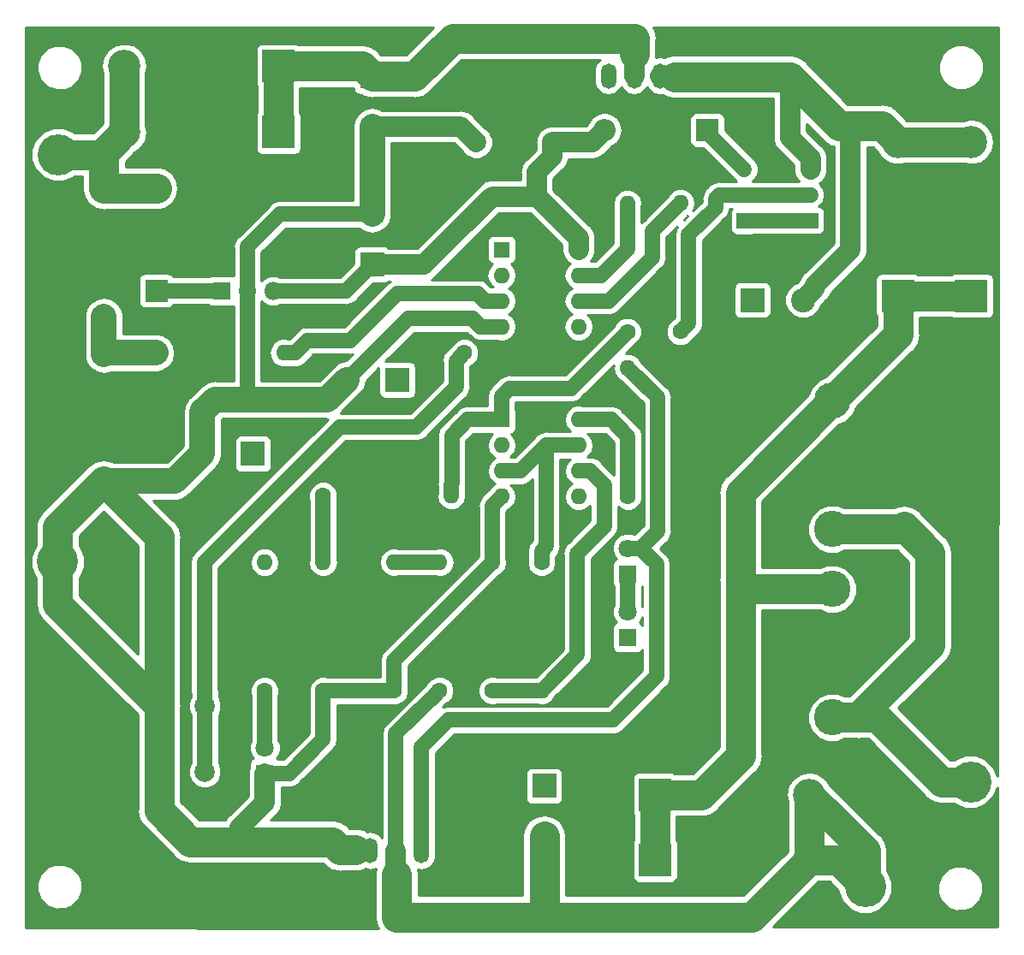
<source format=gbr>
%TF.GenerationSoftware,KiCad,Pcbnew,(5.0.0)*%
%TF.CreationDate,2018-10-21T12:33:41+09:00*%
%TF.ProjectId,ATTiny85-mppt,415454696E7938352D6D7070742E6B69,rev?*%
%TF.SameCoordinates,Original*%
%TF.FileFunction,Copper,L2,Bot,Signal*%
%TF.FilePolarity,Positive*%
%FSLAX46Y46*%
G04 Gerber Fmt 4.6, Leading zero omitted, Abs format (unit mm)*
G04 Created by KiCad (PCBNEW (5.0.0)) date 10/21/18 12:33:41*
%MOMM*%
%LPD*%
G01*
G04 APERTURE LIST*
%ADD10R,2.400000X2.400000*%
%ADD11C,2.400000*%
%ADD12C,2.000000*%
%ADD13O,3.200000X3.200000*%
%ADD14R,3.200000X3.200000*%
%ADD15O,2.200000X2.200000*%
%ADD16R,2.200000X2.200000*%
%ADD17C,1.800000*%
%ADD18R,1.800000X1.800000*%
%ADD19C,4.064000*%
%ADD20C,3.600000*%
%ADD21O,1.501140X2.499360*%
%ADD22R,1.520000X1.520000*%
%ADD23C,1.520000*%
%ADD24C,1.600000*%
%ADD25O,1.600000X1.600000*%
%ADD26O,1.800000X1.800000*%
%ADD27R,1.600000X1.600000*%
%ADD28C,3.000000*%
%ADD29C,2.000000*%
%ADD30C,1.500000*%
%ADD31C,2.500000*%
%ADD32C,0.254000*%
G04 APERTURE END LIST*
D10*
X96611440Y-98790760D03*
D11*
X96611440Y-103790760D03*
X122210840Y-50723800D03*
D10*
X117210840Y-50723800D03*
X79603600Y-47218600D03*
D11*
X79603600Y-42218600D03*
D12*
X89898840Y-35112960D03*
X97398840Y-35112960D03*
D11*
X77092800Y-58628280D03*
D10*
X82092800Y-58628280D03*
X67818000Y-65938400D03*
D11*
X62818000Y-65938400D03*
X79603600Y-33585160D03*
D10*
X79603600Y-28585160D03*
D13*
X131612640Y-35077400D03*
D14*
X131612640Y-50317400D03*
X107579160Y-106131360D03*
D13*
X122819160Y-106131360D03*
D15*
X102585520Y-33903920D03*
D16*
X112745520Y-33903920D03*
D17*
X68996560Y-94996000D03*
D18*
X68996560Y-97536000D03*
D16*
X58252360Y-49809400D03*
D15*
X58252360Y-39649400D03*
D14*
X70337680Y-27584400D03*
D13*
X55097680Y-27584400D03*
X55097680Y-34117280D03*
D14*
X70337680Y-34117280D03*
D18*
X104876600Y-77830680D03*
D17*
X104876600Y-75290680D03*
X104876600Y-81569560D03*
D18*
X104876600Y-84109560D03*
D13*
X138831320Y-35077400D03*
D14*
X138831320Y-50317400D03*
X107579160Y-99674680D03*
D13*
X122819160Y-99674680D03*
D19*
X48549560Y-36332160D03*
X48508920Y-76621640D03*
X138775440Y-98384360D03*
X128366520Y-108788200D03*
D20*
X125105160Y-73385680D03*
X125105160Y-60685680D03*
X125105160Y-79314040D03*
X125105160Y-92014040D03*
D21*
X81955640Y-105196640D03*
X84495640Y-105196640D03*
X79415640Y-105196640D03*
X108036360Y-28549600D03*
X102956360Y-28549600D03*
X105496360Y-28549600D03*
D22*
X116413280Y-42880280D03*
D23*
X116413280Y-37800280D03*
X116413280Y-40340280D03*
X122951240Y-40330120D03*
X122951240Y-37790120D03*
D22*
X122951240Y-42870120D03*
D24*
X74757280Y-89387680D03*
D25*
X74757280Y-76687680D03*
X81782920Y-76672440D03*
D24*
X81782920Y-89372440D03*
X91475560Y-89372440D03*
D25*
X91475560Y-76672440D03*
X96352360Y-89372440D03*
D24*
X96352360Y-76672440D03*
D25*
X53075840Y-52339240D03*
D24*
X53075840Y-39639240D03*
X68966080Y-89387680D03*
D25*
X68966080Y-76687680D03*
D24*
X58176160Y-55956200D03*
D25*
X70876160Y-55956200D03*
X110088680Y-41137840D03*
D24*
X110088680Y-53837840D03*
D25*
X104846120Y-41168320D03*
D24*
X104846120Y-53868320D03*
X53045360Y-55956200D03*
D25*
X53045360Y-68656200D03*
D24*
X86258400Y-89372440D03*
D25*
X86258400Y-76672440D03*
X104896920Y-57434480D03*
D24*
X104896920Y-70134480D03*
D25*
X87431880Y-70078600D03*
D24*
X74731880Y-70078600D03*
X88717120Y-55940960D03*
D25*
X88717120Y-43240960D03*
D12*
X58547000Y-90878520D03*
X63047000Y-90878520D03*
X58547000Y-97378520D03*
X63047000Y-97378520D03*
D26*
X69819520Y-49819560D03*
X67279520Y-49819560D03*
D18*
X64739520Y-49819560D03*
D25*
X100020120Y-62539880D03*
X92400120Y-70159880D03*
X100020120Y-65079880D03*
X92400120Y-67619880D03*
X100020120Y-67619880D03*
X92400120Y-65079880D03*
X100020120Y-70159880D03*
D27*
X92400120Y-62539880D03*
X92395040Y-45730160D03*
D25*
X100015040Y-53350160D03*
X92395040Y-48270160D03*
X100015040Y-50810160D03*
X92395040Y-50810160D03*
X100015040Y-48270160D03*
X92395040Y-53350160D03*
X100015040Y-45730160D03*
D28*
X127650744Y-92014040D02*
X134787640Y-84877144D01*
X125105160Y-92014040D02*
X127650744Y-92014040D01*
X134787640Y-84877144D02*
X134787640Y-75768200D01*
X134787640Y-75768200D02*
X132166360Y-73146920D01*
X131927600Y-73385680D02*
X125105160Y-73385680D01*
X132166360Y-73146920D02*
X131927600Y-73385680D01*
X129531439Y-92014040D02*
X127650744Y-92014040D01*
X135901759Y-98384360D02*
X129531439Y-92014040D01*
X138775440Y-98384360D02*
X135901759Y-98384360D01*
X122819160Y-99674680D02*
X122819160Y-106131360D01*
X125709680Y-106131360D02*
X128366520Y-108788200D01*
X122819160Y-106131360D02*
X125709680Y-106131360D01*
X128366520Y-105222040D02*
X122819160Y-99674680D01*
X128366520Y-108788200D02*
X128366520Y-105222040D01*
X96611440Y-103790760D02*
X96611440Y-111777668D01*
X117172852Y-111777668D02*
X122819160Y-106131360D01*
X96611440Y-111777668D02*
X117172852Y-111777668D01*
X96611440Y-111777668D02*
X82025076Y-111777669D01*
X82025076Y-111777669D02*
X82025076Y-107606244D01*
D29*
X81955640Y-107536808D02*
X82025076Y-107606244D01*
X81955640Y-105196640D02*
X81955640Y-107536808D01*
D30*
X81955640Y-93634560D02*
X81955640Y-105196640D01*
X85417761Y-90172439D02*
X81955640Y-93634560D01*
X86258400Y-89372440D02*
X85458401Y-90172439D01*
X85458401Y-90172439D02*
X85417761Y-90172439D01*
D28*
X138831320Y-35077400D02*
X131612640Y-35077400D01*
X130012641Y-33477401D02*
X125765761Y-33477401D01*
X131612640Y-35077400D02*
X130012641Y-33477401D01*
X125765761Y-33477401D02*
X120909080Y-28620720D01*
X120909080Y-28620720D02*
X109499400Y-28620720D01*
D29*
X109428280Y-28549600D02*
X109499400Y-28620720D01*
X108036360Y-28549600D02*
X109428280Y-28549600D01*
X123410839Y-49523801D02*
X123410839Y-49248201D01*
X122210840Y-50723800D02*
X123410839Y-49523801D01*
X123410839Y-49248201D02*
X126898400Y-45760640D01*
X126898400Y-34610040D02*
X125765761Y-33477401D01*
X126898400Y-45760640D02*
X126898400Y-34610040D01*
X120909080Y-34673158D02*
X120909080Y-28620720D01*
X122951240Y-36715318D02*
X120909080Y-34673158D01*
X122951240Y-37790120D02*
X122951240Y-36715318D01*
D30*
X112745520Y-34132520D02*
X116413280Y-37800280D01*
X112745520Y-33903920D02*
X112745520Y-34132520D01*
X77002640Y-49819560D02*
X79603600Y-47218600D01*
X69819520Y-49819560D02*
X77002640Y-49819560D01*
X103230680Y-62539880D02*
X100020120Y-62539880D01*
X104896920Y-70134480D02*
X104896920Y-64206120D01*
X104896920Y-64206120D02*
X103230680Y-62539880D01*
D29*
X84739480Y-47218600D02*
X88717120Y-43240960D01*
X79603600Y-47218600D02*
X84739480Y-47218600D01*
X100015040Y-44598790D02*
X95898770Y-40482520D01*
X100015040Y-45730160D02*
X100015040Y-44598790D01*
X91475560Y-40482520D02*
X88717120Y-43240960D01*
X95898770Y-40482520D02*
X91475560Y-40482520D01*
X95898770Y-38027243D02*
X95898770Y-40482520D01*
X97398840Y-36527173D02*
X95898770Y-38027243D01*
X97398840Y-35112960D02*
X97398840Y-36527173D01*
X101376480Y-35112960D02*
X102585520Y-33903920D01*
X97398840Y-35112960D02*
X101376480Y-35112960D01*
D31*
X79603600Y-33585160D02*
X79603600Y-42218600D01*
X60100200Y-68656200D02*
X62818000Y-65938400D01*
X53045360Y-68656200D02*
X60100200Y-68656200D01*
X62818000Y-65938400D02*
X62818000Y-61799480D01*
X62818000Y-61799480D02*
X64028320Y-60589160D01*
X75131920Y-60589160D02*
X77092800Y-58628280D01*
D30*
X67279520Y-51092352D02*
X67279520Y-60589160D01*
X67279520Y-49819560D02*
X67279520Y-51092352D01*
D31*
X64028320Y-60589160D02*
X67279520Y-60589160D01*
X67279520Y-60589160D02*
X75131920Y-60589160D01*
D30*
X74757280Y-90519050D02*
X74757280Y-89387680D01*
X74757280Y-94175280D02*
X74757280Y-90519050D01*
X71396560Y-97536000D02*
X74757280Y-94175280D01*
X68996560Y-97536000D02*
X71396560Y-97536000D01*
X81767680Y-89387680D02*
X81782920Y-89372440D01*
X74757280Y-89387680D02*
X81767680Y-89387680D01*
X91475560Y-71084440D02*
X92400120Y-70159880D01*
X91475560Y-76672440D02*
X91475560Y-71084440D01*
X81782920Y-86365080D02*
X91475560Y-76672440D01*
X81782920Y-89372440D02*
X81782920Y-86365080D01*
X70521840Y-42218600D02*
X79603600Y-42218600D01*
X67279520Y-49819560D02*
X67279520Y-45460920D01*
X67279520Y-45460920D02*
X70521840Y-42218600D01*
D28*
X58547000Y-90878520D02*
X58547000Y-86659720D01*
X58547000Y-97378520D02*
X58547000Y-101234240D01*
X58547000Y-101234240D02*
X61635640Y-104322880D01*
X61635640Y-104322880D02*
X66502280Y-104322880D01*
X58547000Y-90878520D02*
X58547000Y-97378520D01*
D29*
X66502280Y-102930280D02*
X66502280Y-104322880D01*
X68996560Y-100436000D02*
X66502280Y-102930280D01*
X68996560Y-97536000D02*
X68996560Y-100436000D01*
D28*
X58547000Y-74157840D02*
X53045360Y-68656200D01*
X58547000Y-86659720D02*
X58547000Y-74157840D01*
X48508920Y-73192640D02*
X53045360Y-68656200D01*
X48508920Y-76621640D02*
X48508920Y-73192640D01*
X48508920Y-80840440D02*
X58547000Y-90878520D01*
X48508920Y-76621640D02*
X48508920Y-80840440D01*
D30*
X77092800Y-58628280D02*
X83168480Y-52552600D01*
X83168480Y-52552600D02*
X89540080Y-52552600D01*
X90337640Y-53350160D02*
X92395040Y-53350160D01*
X89540080Y-52552600D02*
X90337640Y-53350160D01*
D29*
X88371040Y-33585160D02*
X89898840Y-35112960D01*
X79603600Y-33585160D02*
X88371040Y-33585160D01*
D28*
X66502280Y-104322880D02*
X75646280Y-104322880D01*
X75646280Y-104322880D02*
X76438760Y-105115360D01*
X76438760Y-105115360D02*
X77952600Y-105115360D01*
D30*
X78033880Y-105196640D02*
X77952600Y-105115360D01*
X79415640Y-105196640D02*
X78033880Y-105196640D01*
X104846120Y-41168320D02*
X104846120Y-45674280D01*
X102250240Y-48270160D02*
X100015040Y-48270160D01*
X104846120Y-45674280D02*
X102250240Y-48270160D01*
X72007530Y-55956200D02*
X73236890Y-54726840D01*
X70876160Y-55956200D02*
X72007530Y-55956200D01*
X73236890Y-54726840D02*
X77429360Y-54726840D01*
X77429360Y-54726840D02*
X82087720Y-50068480D01*
X82087720Y-50068480D02*
X90007440Y-50068480D01*
X90749120Y-50810160D02*
X92395040Y-50810160D01*
X90007440Y-50068480D02*
X90749120Y-50810160D01*
D28*
X70337680Y-34117280D02*
X70337680Y-27584400D01*
X78602840Y-27584400D02*
X79603600Y-28585160D01*
X70337680Y-27584400D02*
X78602840Y-27584400D01*
X83803600Y-28585160D02*
X87580630Y-24808130D01*
X79603600Y-28585160D02*
X83803600Y-28585160D01*
X87580630Y-24808130D02*
X105547160Y-24808130D01*
X105547160Y-24808130D02*
X105547160Y-26339800D01*
D29*
X105496360Y-26390600D02*
X105547160Y-26339800D01*
X105496360Y-28549600D02*
X105496360Y-26390600D01*
D28*
X138831320Y-50317400D02*
X131612640Y-50317400D01*
X125105160Y-60685680D02*
X116022120Y-69768720D01*
X116022120Y-69768720D02*
X116022120Y-78389480D01*
X116946680Y-79314040D02*
X125105160Y-79314040D01*
X116022120Y-78389480D02*
X116946680Y-79314040D01*
X131612640Y-54178200D02*
X125105160Y-60685680D01*
X131612640Y-50317400D02*
X131612640Y-54178200D01*
X116022120Y-95831720D02*
X116022120Y-78389480D01*
X112179160Y-99674680D02*
X116022120Y-95831720D01*
X107579160Y-99674680D02*
X112179160Y-99674680D01*
X107579160Y-99674680D02*
X107579160Y-106131360D01*
D30*
X68966080Y-94965520D02*
X68996560Y-94996000D01*
X68966080Y-89387680D02*
X68966080Y-94965520D01*
X64729360Y-49809400D02*
X64739520Y-49819560D01*
X58252360Y-49809400D02*
X64729360Y-49809400D01*
D28*
X52882800Y-36332160D02*
X55097680Y-34117280D01*
X48549560Y-36332160D02*
X52882800Y-36332160D01*
X55097680Y-34117280D02*
X55097680Y-27584400D01*
X53075840Y-36139120D02*
X55097680Y-34117280D01*
X53075840Y-39639240D02*
X53075840Y-36139120D01*
X53086000Y-39649400D02*
X53075840Y-39639240D01*
X58252360Y-39649400D02*
X53086000Y-39649400D01*
D30*
X104876600Y-77830680D02*
X104876600Y-81569560D01*
X106149392Y-75290680D02*
X107828080Y-73611992D01*
X104876600Y-75290680D02*
X106149392Y-75290680D01*
X107828080Y-60365640D02*
X104896920Y-57434480D01*
X107828080Y-73611992D02*
X107828080Y-60365640D01*
X106149392Y-75290680D02*
X107716320Y-76857608D01*
X107716320Y-76857608D02*
X107716320Y-87944960D01*
X107716320Y-87944960D02*
X103403400Y-92257880D01*
X103403400Y-92257880D02*
X87203280Y-92257880D01*
X84495640Y-94965520D02*
X84495640Y-105196640D01*
X87203280Y-92257880D02*
X84495640Y-94965520D01*
X122941080Y-42880280D02*
X122951240Y-42870120D01*
X116413280Y-42880280D02*
X122941080Y-42880280D01*
X122941080Y-40340280D02*
X122951240Y-40330120D01*
X116413280Y-40340280D02*
X122941080Y-40340280D01*
X110888679Y-53037841D02*
X110888679Y-44264681D01*
X110088680Y-53837840D02*
X110888679Y-53037841D01*
X110888679Y-44264681D02*
X113578640Y-41574720D01*
X113578640Y-41574720D02*
X113578640Y-40680640D01*
X113919000Y-40340280D02*
X116413280Y-40340280D01*
X113578640Y-40680640D02*
X113919000Y-40340280D01*
X74757280Y-70104000D02*
X74731880Y-70078600D01*
X74757280Y-76687680D02*
X74757280Y-70104000D01*
X81782920Y-76672440D02*
X86258400Y-76672440D01*
X91475560Y-89372440D02*
X96352360Y-89372440D01*
X101151490Y-67619880D02*
X102544880Y-69013270D01*
X100020120Y-67619880D02*
X101151490Y-67619880D01*
X102544880Y-69013270D02*
X102544880Y-73116440D01*
X102544880Y-73116440D02*
X99877880Y-75783440D01*
X99877880Y-85846920D02*
X96352360Y-89372440D01*
X99877880Y-75783440D02*
X99877880Y-85846920D01*
X92400120Y-67619880D02*
X94269560Y-67619880D01*
X96809560Y-65079880D02*
X100020120Y-65079880D01*
X94269560Y-67619880D02*
X96809560Y-65079880D01*
X96809560Y-75083870D02*
X96809560Y-65079880D01*
X96352360Y-75541070D02*
X96809560Y-75083870D01*
X96352360Y-76672440D02*
X96352360Y-75541070D01*
D31*
X53075840Y-52339240D02*
X53075840Y-56098440D01*
X53218080Y-55956200D02*
X58176160Y-55956200D01*
X53075840Y-56098440D02*
X53218080Y-55956200D01*
D30*
X109288681Y-41937839D02*
X109288681Y-41968319D01*
X110088680Y-41137840D02*
X109288681Y-41937839D01*
X109288681Y-41968319D02*
X107320080Y-43936920D01*
X107320080Y-43936920D02*
X107320080Y-46482000D01*
X102991920Y-50810160D02*
X100015040Y-50810160D01*
X107320080Y-46482000D02*
X102991920Y-50810160D01*
X87431880Y-68947230D02*
X87487760Y-68891350D01*
X87431880Y-70078600D02*
X87431880Y-68947230D01*
X87487760Y-68891350D02*
X87487760Y-64104520D01*
X89052400Y-62539880D02*
X92400120Y-62539880D01*
X87487760Y-64104520D02*
X89052400Y-62539880D01*
X92400120Y-60239880D02*
X93168440Y-59471560D01*
X92400120Y-62539880D02*
X92400120Y-60239880D01*
X99242880Y-59471560D02*
X104846120Y-53868320D01*
X93168440Y-59471560D02*
X99242880Y-59471560D01*
X63047000Y-90878520D02*
X63047000Y-97378520D01*
X63047000Y-89464307D02*
X63017400Y-89434707D01*
X63047000Y-90878520D02*
X63047000Y-89464307D01*
X63017400Y-89434707D02*
X63017400Y-76667360D01*
X63017400Y-76667360D02*
X76393040Y-63291720D01*
X76393040Y-63291720D02*
X83931760Y-63291720D01*
X87917121Y-59306359D02*
X83931760Y-63291720D01*
X87917121Y-56740959D02*
X87917121Y-59306359D01*
X88717120Y-55940960D02*
X87917121Y-56740959D01*
D32*
G36*
X82919255Y-26450160D02*
X80487945Y-26450160D01*
X80261204Y-26223419D01*
X80142089Y-26045151D01*
X79435876Y-25573274D01*
X78813119Y-25449400D01*
X78813115Y-25449400D01*
X78602840Y-25407574D01*
X78392565Y-25449400D01*
X72279965Y-25449400D01*
X72185445Y-25386243D01*
X71937680Y-25336960D01*
X68737680Y-25336960D01*
X68489915Y-25386243D01*
X68279871Y-25526591D01*
X68139523Y-25736635D01*
X68090240Y-25984400D01*
X68090240Y-29184400D01*
X68139523Y-29432165D01*
X68202681Y-29526686D01*
X68202680Y-32174994D01*
X68139523Y-32269515D01*
X68090240Y-32517280D01*
X68090240Y-35717280D01*
X68139523Y-35965045D01*
X68279871Y-36175089D01*
X68489915Y-36315437D01*
X68737680Y-36364720D01*
X71937680Y-36364720D01*
X72185445Y-36315437D01*
X72395489Y-36175089D01*
X72535837Y-35965045D01*
X72585120Y-35717280D01*
X72585120Y-32517280D01*
X72535837Y-32269515D01*
X72472680Y-32174995D01*
X72472680Y-29719400D01*
X77718495Y-29719400D01*
X77756160Y-29757065D01*
X77756160Y-29785160D01*
X77805443Y-30032925D01*
X77945791Y-30242969D01*
X78155835Y-30383317D01*
X78403600Y-30432600D01*
X78525591Y-30432600D01*
X78770564Y-30596286D01*
X79393321Y-30720160D01*
X79393326Y-30720160D01*
X79603599Y-30761986D01*
X79813873Y-30720160D01*
X83593325Y-30720160D01*
X83803600Y-30761986D01*
X84013875Y-30720160D01*
X84013879Y-30720160D01*
X84636636Y-30596286D01*
X85342849Y-30124409D01*
X85461964Y-29946141D01*
X88464976Y-26943130D01*
X102119683Y-26943130D01*
X101957420Y-27051551D01*
X101651182Y-27509869D01*
X101570790Y-27914028D01*
X101570790Y-29185173D01*
X101651182Y-29589332D01*
X101957421Y-30047650D01*
X102415739Y-30353888D01*
X102956360Y-30461424D01*
X103496982Y-30353888D01*
X103955300Y-30047650D01*
X104226360Y-29641980D01*
X104497421Y-30047650D01*
X104955739Y-30353888D01*
X105496360Y-30461424D01*
X106036982Y-30353888D01*
X106495300Y-30047650D01*
X106766360Y-29641980D01*
X107037421Y-30047650D01*
X107495739Y-30353888D01*
X108036360Y-30461424D01*
X108325296Y-30403951D01*
X108666364Y-30631846D01*
X109289121Y-30755720D01*
X119274081Y-30755720D01*
X119274080Y-34512128D01*
X119242049Y-34673158D01*
X119274080Y-34834188D01*
X119368944Y-35311102D01*
X119730311Y-35851927D01*
X119866830Y-35943146D01*
X121316240Y-37392557D01*
X121316240Y-37951150D01*
X121411104Y-38428064D01*
X121763378Y-38955280D01*
X117231108Y-38955280D01*
X117338792Y-38847596D01*
X117411808Y-38798808D01*
X117460596Y-38725792D01*
X117595904Y-38590484D01*
X117669130Y-38413700D01*
X117717921Y-38340680D01*
X117735054Y-38254546D01*
X117808280Y-38077763D01*
X117808280Y-37886414D01*
X117825413Y-37800280D01*
X117808280Y-37714146D01*
X117808280Y-37522797D01*
X117735054Y-37346014D01*
X117717921Y-37259880D01*
X117669130Y-37186859D01*
X117595904Y-37010076D01*
X117203484Y-36617656D01*
X117179342Y-36607656D01*
X114492960Y-33921275D01*
X114492960Y-32803920D01*
X114443677Y-32556155D01*
X114303329Y-32346111D01*
X114093285Y-32205763D01*
X113845520Y-32156480D01*
X111645520Y-32156480D01*
X111397755Y-32205763D01*
X111187711Y-32346111D01*
X111047363Y-32556155D01*
X110998080Y-32803920D01*
X110998080Y-35003920D01*
X111047363Y-35251685D01*
X111187711Y-35461729D01*
X111397755Y-35602077D01*
X111645520Y-35651360D01*
X112305675Y-35651360D01*
X115220656Y-38566342D01*
X115230656Y-38590484D01*
X115595452Y-38955280D01*
X114055407Y-38955280D01*
X113919000Y-38928147D01*
X113782593Y-38955280D01*
X113378600Y-39035639D01*
X112920471Y-39341751D01*
X112843200Y-39457395D01*
X112695753Y-39604842D01*
X112580112Y-39682111D01*
X112273999Y-40140240D01*
X112197325Y-40525706D01*
X112166507Y-40680640D01*
X112193640Y-40817047D01*
X112193640Y-41001035D01*
X111326636Y-41868039D01*
X111440420Y-41697749D01*
X111551793Y-41137840D01*
X111440420Y-40577931D01*
X111123257Y-40103263D01*
X110648589Y-39786100D01*
X110230013Y-39702840D01*
X109947347Y-39702840D01*
X109528771Y-39786100D01*
X109054103Y-40103263D01*
X108831654Y-40436182D01*
X108405794Y-40862041D01*
X108290152Y-40939311D01*
X108154183Y-41142803D01*
X108151509Y-41146805D01*
X106437192Y-42861123D01*
X106321551Y-42938392D01*
X106244283Y-43054032D01*
X106231120Y-43073732D01*
X106231120Y-41561020D01*
X106309233Y-41168320D01*
X106197860Y-40608411D01*
X105880697Y-40133743D01*
X105406029Y-39816580D01*
X104987453Y-39733320D01*
X104704787Y-39733320D01*
X104286211Y-39816580D01*
X103811543Y-40133743D01*
X103494380Y-40608411D01*
X103383007Y-41168320D01*
X103461120Y-41561021D01*
X103461121Y-45100593D01*
X101676555Y-46885160D01*
X101209691Y-46885160D01*
X101555176Y-46368105D01*
X101650040Y-45891191D01*
X101650040Y-44759820D01*
X101682071Y-44598790D01*
X101646453Y-44419728D01*
X101555176Y-43960845D01*
X101193809Y-43420021D01*
X101057293Y-43328804D01*
X97533770Y-39805282D01*
X97533770Y-38704481D01*
X98441092Y-37797159D01*
X98577609Y-37705942D01*
X98938976Y-37165118D01*
X99021954Y-36747960D01*
X101215450Y-36747960D01*
X101376480Y-36779991D01*
X101537510Y-36747960D01*
X101537511Y-36747960D01*
X102014425Y-36653096D01*
X102555249Y-36291729D01*
X102646468Y-36155210D01*
X103265321Y-35536358D01*
X103836385Y-35154785D01*
X104219854Y-34580883D01*
X104354510Y-33903920D01*
X104219854Y-33226957D01*
X103836385Y-32653055D01*
X103262483Y-32269586D01*
X102756400Y-32168920D01*
X102414640Y-32168920D01*
X101908557Y-32269586D01*
X101334655Y-32653055D01*
X100953082Y-33224119D01*
X100699242Y-33477960D01*
X97559871Y-33477960D01*
X97398840Y-33445929D01*
X97237809Y-33477960D01*
X97073618Y-33477960D01*
X96921926Y-33540793D01*
X96760895Y-33572824D01*
X96624379Y-33664041D01*
X96472687Y-33726874D01*
X96356587Y-33842974D01*
X96220071Y-33934191D01*
X96128855Y-34070706D01*
X96012754Y-34186807D01*
X95949921Y-34338499D01*
X95858704Y-34475015D01*
X95826673Y-34636046D01*
X95763840Y-34787738D01*
X95763840Y-34951929D01*
X95731809Y-35112960D01*
X95763840Y-35273991D01*
X95763840Y-35849934D01*
X94856520Y-36757255D01*
X94720001Y-36848474D01*
X94358634Y-37389299D01*
X94263770Y-37866212D01*
X94231739Y-38027243D01*
X94263770Y-38188273D01*
X94263770Y-38847520D01*
X91636585Y-38847520D01*
X91475559Y-38815490D01*
X91314533Y-38847520D01*
X91314529Y-38847520D01*
X90837615Y-38942384D01*
X90296791Y-39303751D01*
X90205574Y-39440267D01*
X87674869Y-41970973D01*
X87674866Y-41970975D01*
X84062242Y-45583600D01*
X81276650Y-45583600D01*
X81261409Y-45560791D01*
X81051365Y-45420443D01*
X80803600Y-45371160D01*
X78403600Y-45371160D01*
X78155835Y-45420443D01*
X77945791Y-45560791D01*
X77805443Y-45770835D01*
X77756160Y-46018600D01*
X77756160Y-47107354D01*
X76428955Y-48434560D01*
X70509647Y-48434560D01*
X70418447Y-48373622D01*
X69970702Y-48284560D01*
X69668338Y-48284560D01*
X69220593Y-48373622D01*
X68712847Y-48712887D01*
X68664520Y-48785213D01*
X68664520Y-46034605D01*
X71095526Y-43603600D01*
X78283490Y-43603600D01*
X78868111Y-43994231D01*
X79603600Y-44140529D01*
X80339090Y-43994231D01*
X80962609Y-43577609D01*
X81379231Y-42954090D01*
X81488600Y-42404255D01*
X81488600Y-35220160D01*
X87693802Y-35220160D01*
X88512754Y-36039113D01*
X88972687Y-36499046D01*
X89124380Y-36561880D01*
X89260894Y-36653095D01*
X89421922Y-36685125D01*
X89573618Y-36747960D01*
X89737813Y-36747960D01*
X89898839Y-36779990D01*
X90059865Y-36747960D01*
X90224062Y-36747960D01*
X90375759Y-36685125D01*
X90536785Y-36653095D01*
X90673296Y-36561881D01*
X90824993Y-36499046D01*
X90941097Y-36382942D01*
X91077608Y-36291728D01*
X91168822Y-36155217D01*
X91284926Y-36039113D01*
X91347761Y-35887416D01*
X91438975Y-35750905D01*
X91471005Y-35589879D01*
X91533840Y-35438182D01*
X91533840Y-35273985D01*
X91565870Y-35112959D01*
X91533840Y-34951933D01*
X91533840Y-34787738D01*
X91471005Y-34636042D01*
X91438975Y-34475014D01*
X91347760Y-34338500D01*
X91284926Y-34186807D01*
X90824993Y-33726874D01*
X89641028Y-32542910D01*
X89549809Y-32406391D01*
X89008985Y-32045024D01*
X88532071Y-31950160D01*
X88532070Y-31950160D01*
X88371040Y-31918129D01*
X88210010Y-31950160D01*
X80549559Y-31950160D01*
X80339089Y-31809529D01*
X79603600Y-31663231D01*
X78868110Y-31809529D01*
X78244591Y-32226151D01*
X77827969Y-32849671D01*
X77718600Y-33399506D01*
X77718601Y-40833600D01*
X70658247Y-40833600D01*
X70521840Y-40806467D01*
X70385433Y-40833600D01*
X69981440Y-40913959D01*
X69523311Y-41220071D01*
X69446042Y-41335712D01*
X66396632Y-44385123D01*
X66280992Y-44462391D01*
X66203723Y-44578032D01*
X65974879Y-44920521D01*
X65867387Y-45460920D01*
X65894521Y-45597332D01*
X65894520Y-48326238D01*
X65887285Y-48321403D01*
X65639520Y-48272120D01*
X63839520Y-48272120D01*
X63591755Y-48321403D01*
X63437610Y-48424400D01*
X59925637Y-48424400D01*
X59810169Y-48251591D01*
X59600125Y-48111243D01*
X59352360Y-48061960D01*
X57152360Y-48061960D01*
X56904595Y-48111243D01*
X56694551Y-48251591D01*
X56554203Y-48461635D01*
X56504920Y-48709400D01*
X56504920Y-50909400D01*
X56554203Y-51157165D01*
X56694551Y-51367209D01*
X56904595Y-51507557D01*
X57152360Y-51556840D01*
X59352360Y-51556840D01*
X59600125Y-51507557D01*
X59810169Y-51367209D01*
X59925637Y-51194400D01*
X63407199Y-51194400D01*
X63591755Y-51317717D01*
X63839520Y-51367000D01*
X65639520Y-51367000D01*
X65887285Y-51317717D01*
X65894520Y-51312883D01*
X65894521Y-58704160D01*
X64213970Y-58704160D01*
X64028320Y-58667232D01*
X63842670Y-58704160D01*
X63842665Y-58704160D01*
X63292830Y-58813529D01*
X63116783Y-58931160D01*
X62826701Y-59124986D01*
X62826700Y-59124987D01*
X62669311Y-59230151D01*
X62564147Y-59387540D01*
X61616380Y-60335308D01*
X61458992Y-60440471D01*
X61353828Y-60597860D01*
X61353826Y-60597862D01*
X61147909Y-60906039D01*
X61042370Y-61063990D01*
X60990522Y-61324650D01*
X60896072Y-61799480D01*
X60933001Y-61985134D01*
X60933000Y-65157607D01*
X59319408Y-66771200D01*
X54067156Y-66771200D01*
X53878395Y-66645074D01*
X53045360Y-66479374D01*
X52212324Y-66645074D01*
X51714299Y-66977844D01*
X51506111Y-67116951D01*
X51386998Y-67295216D01*
X47147937Y-71534278D01*
X46969672Y-71653391D01*
X46850559Y-71831656D01*
X46850558Y-71831657D01*
X46497794Y-72359605D01*
X46459396Y-72552645D01*
X46373920Y-72982361D01*
X46373920Y-72982365D01*
X46332094Y-73192640D01*
X46373920Y-73402915D01*
X46373920Y-74984932D01*
X46247946Y-75110906D01*
X45841920Y-76091141D01*
X45841920Y-77152139D01*
X46247946Y-78132374D01*
X46373920Y-78258348D01*
X46373921Y-80630161D01*
X46332094Y-80840440D01*
X46497794Y-81673475D01*
X46850558Y-82201423D01*
X46969672Y-82379689D01*
X47147937Y-82498802D01*
X56412000Y-91762866D01*
X56412001Y-97168237D01*
X56412000Y-97168242D01*
X56412001Y-101023961D01*
X56370174Y-101234240D01*
X56535874Y-102067275D01*
X56686255Y-102292336D01*
X57007752Y-102773489D01*
X57186017Y-102892602D01*
X59977276Y-105683861D01*
X60096391Y-105862129D01*
X60594820Y-106195169D01*
X60802604Y-106334006D01*
X61635640Y-106499707D01*
X61845918Y-106457880D01*
X74761935Y-106457880D01*
X74780396Y-106476341D01*
X74899511Y-106654609D01*
X75605724Y-107126486D01*
X76228481Y-107250360D01*
X76228485Y-107250360D01*
X76438760Y-107292186D01*
X76649035Y-107250360D01*
X78162879Y-107250360D01*
X78785636Y-107126486D01*
X78950944Y-107016031D01*
X79415640Y-107108464D01*
X79956261Y-107000928D01*
X79970554Y-106991377D01*
X79890077Y-107395965D01*
X79890076Y-111567394D01*
X79848250Y-111777669D01*
X79890076Y-111987943D01*
X79890076Y-111987947D01*
X80013950Y-112610704D01*
X80181339Y-112861219D01*
X79338312Y-112863437D01*
X45338200Y-112833354D01*
X45338200Y-111070825D01*
X45345041Y-110850201D01*
X45338200Y-110809206D01*
X45338200Y-108350066D01*
X46470094Y-108350066D01*
X46477120Y-108776110D01*
X46477120Y-109202289D01*
X46484440Y-109219960D01*
X46484755Y-109239083D01*
X46796760Y-109992330D01*
X46806467Y-109997402D01*
X46817379Y-110023746D01*
X47446094Y-110652461D01*
X47472438Y-110663373D01*
X47477510Y-110673080D01*
X47873828Y-110829634D01*
X48267551Y-110992720D01*
X48286680Y-110992720D01*
X48304466Y-110999746D01*
X48730510Y-110992720D01*
X49156689Y-110992720D01*
X49174360Y-110985400D01*
X49193483Y-110985085D01*
X49946730Y-110673080D01*
X49951802Y-110663373D01*
X49978146Y-110652461D01*
X50606861Y-110023746D01*
X50617773Y-109997402D01*
X50627480Y-109992330D01*
X50784034Y-109596012D01*
X50947120Y-109202289D01*
X50947120Y-109183160D01*
X50954146Y-109165374D01*
X50947120Y-108739330D01*
X50947120Y-108313151D01*
X50939800Y-108295480D01*
X50939485Y-108276357D01*
X50627480Y-107523110D01*
X50617773Y-107518038D01*
X50606861Y-107491694D01*
X49978146Y-106862979D01*
X49951802Y-106852067D01*
X49946730Y-106842360D01*
X49550412Y-106685806D01*
X49156689Y-106522720D01*
X49137560Y-106522720D01*
X49119774Y-106515694D01*
X48693730Y-106522720D01*
X48267551Y-106522720D01*
X48249880Y-106530040D01*
X48230757Y-106530355D01*
X47477510Y-106842360D01*
X47472438Y-106852067D01*
X47446094Y-106862979D01*
X46817379Y-107491694D01*
X46806467Y-107518038D01*
X46796760Y-107523110D01*
X46640206Y-107919428D01*
X46477120Y-108313151D01*
X46477120Y-108332280D01*
X46470094Y-108350066D01*
X45338200Y-108350066D01*
X45338200Y-56098440D01*
X51153912Y-56098440D01*
X51190841Y-56284095D01*
X51213877Y-56399903D01*
X51300210Y-56833930D01*
X51716831Y-57457449D01*
X52127474Y-57731831D01*
X52340351Y-57874071D01*
X53075840Y-58020369D01*
X53811330Y-57874071D01*
X53860525Y-57841200D01*
X58361815Y-57841200D01*
X58911650Y-57731831D01*
X59535169Y-57315209D01*
X59951791Y-56691690D01*
X60098089Y-55956200D01*
X59951791Y-55220710D01*
X59535169Y-54597191D01*
X58911650Y-54180569D01*
X58361815Y-54071200D01*
X54960840Y-54071200D01*
X54960840Y-52153585D01*
X54851471Y-51603750D01*
X54434849Y-50980231D01*
X53811329Y-50563609D01*
X53075840Y-50417311D01*
X52340350Y-50563609D01*
X51716831Y-50980231D01*
X51300209Y-51603751D01*
X51190840Y-52153586D01*
X51190841Y-55912786D01*
X51153912Y-56098440D01*
X45338200Y-56098440D01*
X45338200Y-35801661D01*
X45882560Y-35801661D01*
X45882560Y-36862659D01*
X46288586Y-37842894D01*
X47038826Y-38593134D01*
X48019061Y-38999160D01*
X49080059Y-38999160D01*
X50060294Y-38593134D01*
X50186268Y-38467160D01*
X50940840Y-38467160D01*
X50940840Y-39428965D01*
X50899014Y-39639240D01*
X50940840Y-39849515D01*
X50940840Y-39849518D01*
X51064714Y-40472275D01*
X51536591Y-41178489D01*
X51542681Y-41182559D01*
X51546751Y-41188649D01*
X52252964Y-41660526D01*
X52875721Y-41784400D01*
X52875726Y-41784400D01*
X53085999Y-41826226D01*
X53296273Y-41784400D01*
X58462639Y-41784400D01*
X59085396Y-41660526D01*
X59791609Y-41188649D01*
X60263486Y-40482436D01*
X60429187Y-39649400D01*
X60263486Y-38816364D01*
X59791609Y-38110151D01*
X59085396Y-37638274D01*
X58462639Y-37514400D01*
X55210840Y-37514400D01*
X55210840Y-37023465D01*
X56096211Y-36138095D01*
X56709025Y-35728625D01*
X57203004Y-34989334D01*
X57376466Y-34117280D01*
X57232680Y-33394418D01*
X57232680Y-28307262D01*
X57376466Y-27584400D01*
X57203004Y-26712346D01*
X56709025Y-25973055D01*
X55969734Y-25479076D01*
X55317808Y-25349400D01*
X54877552Y-25349400D01*
X54225626Y-25479076D01*
X53486335Y-25973055D01*
X52992356Y-26712346D01*
X52818894Y-27584400D01*
X52962681Y-28307267D01*
X52962680Y-33232934D01*
X51998455Y-34197160D01*
X50186268Y-34197160D01*
X50060294Y-34071186D01*
X49080059Y-33665160D01*
X48019061Y-33665160D01*
X47038826Y-34071186D01*
X46288586Y-34821426D01*
X45882560Y-35801661D01*
X45338200Y-35801661D01*
X45338200Y-27318986D01*
X46470094Y-27318986D01*
X46477120Y-27745030D01*
X46477120Y-28171209D01*
X46484440Y-28188880D01*
X46484755Y-28208003D01*
X46796760Y-28961250D01*
X46806467Y-28966322D01*
X46817379Y-28992666D01*
X47446094Y-29621381D01*
X47472438Y-29632293D01*
X47477510Y-29642000D01*
X47873828Y-29798554D01*
X48267551Y-29961640D01*
X48286680Y-29961640D01*
X48304466Y-29968666D01*
X48730510Y-29961640D01*
X49156689Y-29961640D01*
X49174360Y-29954320D01*
X49193483Y-29954005D01*
X49946730Y-29642000D01*
X49951802Y-29632293D01*
X49978146Y-29621381D01*
X50606861Y-28992666D01*
X50617773Y-28966322D01*
X50627480Y-28961250D01*
X50784034Y-28564932D01*
X50947120Y-28171209D01*
X50947120Y-28152080D01*
X50954146Y-28134294D01*
X50947120Y-27708250D01*
X50947120Y-27282071D01*
X50939800Y-27264400D01*
X50939485Y-27245277D01*
X50627480Y-26492030D01*
X50617773Y-26486958D01*
X50606861Y-26460614D01*
X49978146Y-25831899D01*
X49951802Y-25820987D01*
X49946730Y-25811280D01*
X49550412Y-25654726D01*
X49156689Y-25491640D01*
X49137560Y-25491640D01*
X49119774Y-25484614D01*
X48693730Y-25491640D01*
X48267551Y-25491640D01*
X48249880Y-25498960D01*
X48230757Y-25499275D01*
X47477510Y-25811280D01*
X47472438Y-25820987D01*
X47446094Y-25831899D01*
X46817379Y-26460614D01*
X46806467Y-26486958D01*
X46796760Y-26492030D01*
X46640206Y-26888348D01*
X46477120Y-27282071D01*
X46477120Y-27301200D01*
X46470094Y-27318986D01*
X45338200Y-27318986D01*
X45338200Y-23743120D01*
X85626294Y-23743120D01*
X82919255Y-26450160D01*
X82919255Y-26450160D01*
G37*
X82919255Y-26450160D02*
X80487945Y-26450160D01*
X80261204Y-26223419D01*
X80142089Y-26045151D01*
X79435876Y-25573274D01*
X78813119Y-25449400D01*
X78813115Y-25449400D01*
X78602840Y-25407574D01*
X78392565Y-25449400D01*
X72279965Y-25449400D01*
X72185445Y-25386243D01*
X71937680Y-25336960D01*
X68737680Y-25336960D01*
X68489915Y-25386243D01*
X68279871Y-25526591D01*
X68139523Y-25736635D01*
X68090240Y-25984400D01*
X68090240Y-29184400D01*
X68139523Y-29432165D01*
X68202681Y-29526686D01*
X68202680Y-32174994D01*
X68139523Y-32269515D01*
X68090240Y-32517280D01*
X68090240Y-35717280D01*
X68139523Y-35965045D01*
X68279871Y-36175089D01*
X68489915Y-36315437D01*
X68737680Y-36364720D01*
X71937680Y-36364720D01*
X72185445Y-36315437D01*
X72395489Y-36175089D01*
X72535837Y-35965045D01*
X72585120Y-35717280D01*
X72585120Y-32517280D01*
X72535837Y-32269515D01*
X72472680Y-32174995D01*
X72472680Y-29719400D01*
X77718495Y-29719400D01*
X77756160Y-29757065D01*
X77756160Y-29785160D01*
X77805443Y-30032925D01*
X77945791Y-30242969D01*
X78155835Y-30383317D01*
X78403600Y-30432600D01*
X78525591Y-30432600D01*
X78770564Y-30596286D01*
X79393321Y-30720160D01*
X79393326Y-30720160D01*
X79603599Y-30761986D01*
X79813873Y-30720160D01*
X83593325Y-30720160D01*
X83803600Y-30761986D01*
X84013875Y-30720160D01*
X84013879Y-30720160D01*
X84636636Y-30596286D01*
X85342849Y-30124409D01*
X85461964Y-29946141D01*
X88464976Y-26943130D01*
X102119683Y-26943130D01*
X101957420Y-27051551D01*
X101651182Y-27509869D01*
X101570790Y-27914028D01*
X101570790Y-29185173D01*
X101651182Y-29589332D01*
X101957421Y-30047650D01*
X102415739Y-30353888D01*
X102956360Y-30461424D01*
X103496982Y-30353888D01*
X103955300Y-30047650D01*
X104226360Y-29641980D01*
X104497421Y-30047650D01*
X104955739Y-30353888D01*
X105496360Y-30461424D01*
X106036982Y-30353888D01*
X106495300Y-30047650D01*
X106766360Y-29641980D01*
X107037421Y-30047650D01*
X107495739Y-30353888D01*
X108036360Y-30461424D01*
X108325296Y-30403951D01*
X108666364Y-30631846D01*
X109289121Y-30755720D01*
X119274081Y-30755720D01*
X119274080Y-34512128D01*
X119242049Y-34673158D01*
X119274080Y-34834188D01*
X119368944Y-35311102D01*
X119730311Y-35851927D01*
X119866830Y-35943146D01*
X121316240Y-37392557D01*
X121316240Y-37951150D01*
X121411104Y-38428064D01*
X121763378Y-38955280D01*
X117231108Y-38955280D01*
X117338792Y-38847596D01*
X117411808Y-38798808D01*
X117460596Y-38725792D01*
X117595904Y-38590484D01*
X117669130Y-38413700D01*
X117717921Y-38340680D01*
X117735054Y-38254546D01*
X117808280Y-38077763D01*
X117808280Y-37886414D01*
X117825413Y-37800280D01*
X117808280Y-37714146D01*
X117808280Y-37522797D01*
X117735054Y-37346014D01*
X117717921Y-37259880D01*
X117669130Y-37186859D01*
X117595904Y-37010076D01*
X117203484Y-36617656D01*
X117179342Y-36607656D01*
X114492960Y-33921275D01*
X114492960Y-32803920D01*
X114443677Y-32556155D01*
X114303329Y-32346111D01*
X114093285Y-32205763D01*
X113845520Y-32156480D01*
X111645520Y-32156480D01*
X111397755Y-32205763D01*
X111187711Y-32346111D01*
X111047363Y-32556155D01*
X110998080Y-32803920D01*
X110998080Y-35003920D01*
X111047363Y-35251685D01*
X111187711Y-35461729D01*
X111397755Y-35602077D01*
X111645520Y-35651360D01*
X112305675Y-35651360D01*
X115220656Y-38566342D01*
X115230656Y-38590484D01*
X115595452Y-38955280D01*
X114055407Y-38955280D01*
X113919000Y-38928147D01*
X113782593Y-38955280D01*
X113378600Y-39035639D01*
X112920471Y-39341751D01*
X112843200Y-39457395D01*
X112695753Y-39604842D01*
X112580112Y-39682111D01*
X112273999Y-40140240D01*
X112197325Y-40525706D01*
X112166507Y-40680640D01*
X112193640Y-40817047D01*
X112193640Y-41001035D01*
X111326636Y-41868039D01*
X111440420Y-41697749D01*
X111551793Y-41137840D01*
X111440420Y-40577931D01*
X111123257Y-40103263D01*
X110648589Y-39786100D01*
X110230013Y-39702840D01*
X109947347Y-39702840D01*
X109528771Y-39786100D01*
X109054103Y-40103263D01*
X108831654Y-40436182D01*
X108405794Y-40862041D01*
X108290152Y-40939311D01*
X108154183Y-41142803D01*
X108151509Y-41146805D01*
X106437192Y-42861123D01*
X106321551Y-42938392D01*
X106244283Y-43054032D01*
X106231120Y-43073732D01*
X106231120Y-41561020D01*
X106309233Y-41168320D01*
X106197860Y-40608411D01*
X105880697Y-40133743D01*
X105406029Y-39816580D01*
X104987453Y-39733320D01*
X104704787Y-39733320D01*
X104286211Y-39816580D01*
X103811543Y-40133743D01*
X103494380Y-40608411D01*
X103383007Y-41168320D01*
X103461120Y-41561021D01*
X103461121Y-45100593D01*
X101676555Y-46885160D01*
X101209691Y-46885160D01*
X101555176Y-46368105D01*
X101650040Y-45891191D01*
X101650040Y-44759820D01*
X101682071Y-44598790D01*
X101646453Y-44419728D01*
X101555176Y-43960845D01*
X101193809Y-43420021D01*
X101057293Y-43328804D01*
X97533770Y-39805282D01*
X97533770Y-38704481D01*
X98441092Y-37797159D01*
X98577609Y-37705942D01*
X98938976Y-37165118D01*
X99021954Y-36747960D01*
X101215450Y-36747960D01*
X101376480Y-36779991D01*
X101537510Y-36747960D01*
X101537511Y-36747960D01*
X102014425Y-36653096D01*
X102555249Y-36291729D01*
X102646468Y-36155210D01*
X103265321Y-35536358D01*
X103836385Y-35154785D01*
X104219854Y-34580883D01*
X104354510Y-33903920D01*
X104219854Y-33226957D01*
X103836385Y-32653055D01*
X103262483Y-32269586D01*
X102756400Y-32168920D01*
X102414640Y-32168920D01*
X101908557Y-32269586D01*
X101334655Y-32653055D01*
X100953082Y-33224119D01*
X100699242Y-33477960D01*
X97559871Y-33477960D01*
X97398840Y-33445929D01*
X97237809Y-33477960D01*
X97073618Y-33477960D01*
X96921926Y-33540793D01*
X96760895Y-33572824D01*
X96624379Y-33664041D01*
X96472687Y-33726874D01*
X96356587Y-33842974D01*
X96220071Y-33934191D01*
X96128855Y-34070706D01*
X96012754Y-34186807D01*
X95949921Y-34338499D01*
X95858704Y-34475015D01*
X95826673Y-34636046D01*
X95763840Y-34787738D01*
X95763840Y-34951929D01*
X95731809Y-35112960D01*
X95763840Y-35273991D01*
X95763840Y-35849934D01*
X94856520Y-36757255D01*
X94720001Y-36848474D01*
X94358634Y-37389299D01*
X94263770Y-37866212D01*
X94231739Y-38027243D01*
X94263770Y-38188273D01*
X94263770Y-38847520D01*
X91636585Y-38847520D01*
X91475559Y-38815490D01*
X91314533Y-38847520D01*
X91314529Y-38847520D01*
X90837615Y-38942384D01*
X90296791Y-39303751D01*
X90205574Y-39440267D01*
X87674869Y-41970973D01*
X87674866Y-41970975D01*
X84062242Y-45583600D01*
X81276650Y-45583600D01*
X81261409Y-45560791D01*
X81051365Y-45420443D01*
X80803600Y-45371160D01*
X78403600Y-45371160D01*
X78155835Y-45420443D01*
X77945791Y-45560791D01*
X77805443Y-45770835D01*
X77756160Y-46018600D01*
X77756160Y-47107354D01*
X76428955Y-48434560D01*
X70509647Y-48434560D01*
X70418447Y-48373622D01*
X69970702Y-48284560D01*
X69668338Y-48284560D01*
X69220593Y-48373622D01*
X68712847Y-48712887D01*
X68664520Y-48785213D01*
X68664520Y-46034605D01*
X71095526Y-43603600D01*
X78283490Y-43603600D01*
X78868111Y-43994231D01*
X79603600Y-44140529D01*
X80339090Y-43994231D01*
X80962609Y-43577609D01*
X81379231Y-42954090D01*
X81488600Y-42404255D01*
X81488600Y-35220160D01*
X87693802Y-35220160D01*
X88512754Y-36039113D01*
X88972687Y-36499046D01*
X89124380Y-36561880D01*
X89260894Y-36653095D01*
X89421922Y-36685125D01*
X89573618Y-36747960D01*
X89737813Y-36747960D01*
X89898839Y-36779990D01*
X90059865Y-36747960D01*
X90224062Y-36747960D01*
X90375759Y-36685125D01*
X90536785Y-36653095D01*
X90673296Y-36561881D01*
X90824993Y-36499046D01*
X90941097Y-36382942D01*
X91077608Y-36291728D01*
X91168822Y-36155217D01*
X91284926Y-36039113D01*
X91347761Y-35887416D01*
X91438975Y-35750905D01*
X91471005Y-35589879D01*
X91533840Y-35438182D01*
X91533840Y-35273985D01*
X91565870Y-35112959D01*
X91533840Y-34951933D01*
X91533840Y-34787738D01*
X91471005Y-34636042D01*
X91438975Y-34475014D01*
X91347760Y-34338500D01*
X91284926Y-34186807D01*
X90824993Y-33726874D01*
X89641028Y-32542910D01*
X89549809Y-32406391D01*
X89008985Y-32045024D01*
X88532071Y-31950160D01*
X88532070Y-31950160D01*
X88371040Y-31918129D01*
X88210010Y-31950160D01*
X80549559Y-31950160D01*
X80339089Y-31809529D01*
X79603600Y-31663231D01*
X78868110Y-31809529D01*
X78244591Y-32226151D01*
X77827969Y-32849671D01*
X77718600Y-33399506D01*
X77718601Y-40833600D01*
X70658247Y-40833600D01*
X70521840Y-40806467D01*
X70385433Y-40833600D01*
X69981440Y-40913959D01*
X69523311Y-41220071D01*
X69446042Y-41335712D01*
X66396632Y-44385123D01*
X66280992Y-44462391D01*
X66203723Y-44578032D01*
X65974879Y-44920521D01*
X65867387Y-45460920D01*
X65894521Y-45597332D01*
X65894520Y-48326238D01*
X65887285Y-48321403D01*
X65639520Y-48272120D01*
X63839520Y-48272120D01*
X63591755Y-48321403D01*
X63437610Y-48424400D01*
X59925637Y-48424400D01*
X59810169Y-48251591D01*
X59600125Y-48111243D01*
X59352360Y-48061960D01*
X57152360Y-48061960D01*
X56904595Y-48111243D01*
X56694551Y-48251591D01*
X56554203Y-48461635D01*
X56504920Y-48709400D01*
X56504920Y-50909400D01*
X56554203Y-51157165D01*
X56694551Y-51367209D01*
X56904595Y-51507557D01*
X57152360Y-51556840D01*
X59352360Y-51556840D01*
X59600125Y-51507557D01*
X59810169Y-51367209D01*
X59925637Y-51194400D01*
X63407199Y-51194400D01*
X63591755Y-51317717D01*
X63839520Y-51367000D01*
X65639520Y-51367000D01*
X65887285Y-51317717D01*
X65894520Y-51312883D01*
X65894521Y-58704160D01*
X64213970Y-58704160D01*
X64028320Y-58667232D01*
X63842670Y-58704160D01*
X63842665Y-58704160D01*
X63292830Y-58813529D01*
X63116783Y-58931160D01*
X62826701Y-59124986D01*
X62826700Y-59124987D01*
X62669311Y-59230151D01*
X62564147Y-59387540D01*
X61616380Y-60335308D01*
X61458992Y-60440471D01*
X61353828Y-60597860D01*
X61353826Y-60597862D01*
X61147909Y-60906039D01*
X61042370Y-61063990D01*
X60990522Y-61324650D01*
X60896072Y-61799480D01*
X60933001Y-61985134D01*
X60933000Y-65157607D01*
X59319408Y-66771200D01*
X54067156Y-66771200D01*
X53878395Y-66645074D01*
X53045360Y-66479374D01*
X52212324Y-66645074D01*
X51714299Y-66977844D01*
X51506111Y-67116951D01*
X51386998Y-67295216D01*
X47147937Y-71534278D01*
X46969672Y-71653391D01*
X46850559Y-71831656D01*
X46850558Y-71831657D01*
X46497794Y-72359605D01*
X46459396Y-72552645D01*
X46373920Y-72982361D01*
X46373920Y-72982365D01*
X46332094Y-73192640D01*
X46373920Y-73402915D01*
X46373920Y-74984932D01*
X46247946Y-75110906D01*
X45841920Y-76091141D01*
X45841920Y-77152139D01*
X46247946Y-78132374D01*
X46373920Y-78258348D01*
X46373921Y-80630161D01*
X46332094Y-80840440D01*
X46497794Y-81673475D01*
X46850558Y-82201423D01*
X46969672Y-82379689D01*
X47147937Y-82498802D01*
X56412000Y-91762866D01*
X56412001Y-97168237D01*
X56412000Y-97168242D01*
X56412001Y-101023961D01*
X56370174Y-101234240D01*
X56535874Y-102067275D01*
X56686255Y-102292336D01*
X57007752Y-102773489D01*
X57186017Y-102892602D01*
X59977276Y-105683861D01*
X60096391Y-105862129D01*
X60594820Y-106195169D01*
X60802604Y-106334006D01*
X61635640Y-106499707D01*
X61845918Y-106457880D01*
X74761935Y-106457880D01*
X74780396Y-106476341D01*
X74899511Y-106654609D01*
X75605724Y-107126486D01*
X76228481Y-107250360D01*
X76228485Y-107250360D01*
X76438760Y-107292186D01*
X76649035Y-107250360D01*
X78162879Y-107250360D01*
X78785636Y-107126486D01*
X78950944Y-107016031D01*
X79415640Y-107108464D01*
X79956261Y-107000928D01*
X79970554Y-106991377D01*
X79890077Y-107395965D01*
X79890076Y-111567394D01*
X79848250Y-111777669D01*
X79890076Y-111987943D01*
X79890076Y-111987947D01*
X80013950Y-112610704D01*
X80181339Y-112861219D01*
X79338312Y-112863437D01*
X45338200Y-112833354D01*
X45338200Y-111070825D01*
X45345041Y-110850201D01*
X45338200Y-110809206D01*
X45338200Y-108350066D01*
X46470094Y-108350066D01*
X46477120Y-108776110D01*
X46477120Y-109202289D01*
X46484440Y-109219960D01*
X46484755Y-109239083D01*
X46796760Y-109992330D01*
X46806467Y-109997402D01*
X46817379Y-110023746D01*
X47446094Y-110652461D01*
X47472438Y-110663373D01*
X47477510Y-110673080D01*
X47873828Y-110829634D01*
X48267551Y-110992720D01*
X48286680Y-110992720D01*
X48304466Y-110999746D01*
X48730510Y-110992720D01*
X49156689Y-110992720D01*
X49174360Y-110985400D01*
X49193483Y-110985085D01*
X49946730Y-110673080D01*
X49951802Y-110663373D01*
X49978146Y-110652461D01*
X50606861Y-110023746D01*
X50617773Y-109997402D01*
X50627480Y-109992330D01*
X50784034Y-109596012D01*
X50947120Y-109202289D01*
X50947120Y-109183160D01*
X50954146Y-109165374D01*
X50947120Y-108739330D01*
X50947120Y-108313151D01*
X50939800Y-108295480D01*
X50939485Y-108276357D01*
X50627480Y-107523110D01*
X50617773Y-107518038D01*
X50606861Y-107491694D01*
X49978146Y-106862979D01*
X49951802Y-106852067D01*
X49946730Y-106842360D01*
X49550412Y-106685806D01*
X49156689Y-106522720D01*
X49137560Y-106522720D01*
X49119774Y-106515694D01*
X48693730Y-106522720D01*
X48267551Y-106522720D01*
X48249880Y-106530040D01*
X48230757Y-106530355D01*
X47477510Y-106842360D01*
X47472438Y-106852067D01*
X47446094Y-106862979D01*
X46817379Y-107491694D01*
X46806467Y-107518038D01*
X46796760Y-107523110D01*
X46640206Y-107919428D01*
X46477120Y-108313151D01*
X46477120Y-108332280D01*
X46470094Y-108350066D01*
X45338200Y-108350066D01*
X45338200Y-56098440D01*
X51153912Y-56098440D01*
X51190841Y-56284095D01*
X51213877Y-56399903D01*
X51300210Y-56833930D01*
X51716831Y-57457449D01*
X52127474Y-57731831D01*
X52340351Y-57874071D01*
X53075840Y-58020369D01*
X53811330Y-57874071D01*
X53860525Y-57841200D01*
X58361815Y-57841200D01*
X58911650Y-57731831D01*
X59535169Y-57315209D01*
X59951791Y-56691690D01*
X60098089Y-55956200D01*
X59951791Y-55220710D01*
X59535169Y-54597191D01*
X58911650Y-54180569D01*
X58361815Y-54071200D01*
X54960840Y-54071200D01*
X54960840Y-52153585D01*
X54851471Y-51603750D01*
X54434849Y-50980231D01*
X53811329Y-50563609D01*
X53075840Y-50417311D01*
X52340350Y-50563609D01*
X51716831Y-50980231D01*
X51300209Y-51603751D01*
X51190840Y-52153586D01*
X51190841Y-55912786D01*
X51153912Y-56098440D01*
X45338200Y-56098440D01*
X45338200Y-35801661D01*
X45882560Y-35801661D01*
X45882560Y-36862659D01*
X46288586Y-37842894D01*
X47038826Y-38593134D01*
X48019061Y-38999160D01*
X49080059Y-38999160D01*
X50060294Y-38593134D01*
X50186268Y-38467160D01*
X50940840Y-38467160D01*
X50940840Y-39428965D01*
X50899014Y-39639240D01*
X50940840Y-39849515D01*
X50940840Y-39849518D01*
X51064714Y-40472275D01*
X51536591Y-41178489D01*
X51542681Y-41182559D01*
X51546751Y-41188649D01*
X52252964Y-41660526D01*
X52875721Y-41784400D01*
X52875726Y-41784400D01*
X53085999Y-41826226D01*
X53296273Y-41784400D01*
X58462639Y-41784400D01*
X59085396Y-41660526D01*
X59791609Y-41188649D01*
X60263486Y-40482436D01*
X60429187Y-39649400D01*
X60263486Y-38816364D01*
X59791609Y-38110151D01*
X59085396Y-37638274D01*
X58462639Y-37514400D01*
X55210840Y-37514400D01*
X55210840Y-37023465D01*
X56096211Y-36138095D01*
X56709025Y-35728625D01*
X57203004Y-34989334D01*
X57376466Y-34117280D01*
X57232680Y-33394418D01*
X57232680Y-28307262D01*
X57376466Y-27584400D01*
X57203004Y-26712346D01*
X56709025Y-25973055D01*
X55969734Y-25479076D01*
X55317808Y-25349400D01*
X54877552Y-25349400D01*
X54225626Y-25479076D01*
X53486335Y-25973055D01*
X52992356Y-26712346D01*
X52818894Y-27584400D01*
X52962681Y-28307267D01*
X52962680Y-33232934D01*
X51998455Y-34197160D01*
X50186268Y-34197160D01*
X50060294Y-34071186D01*
X49080059Y-33665160D01*
X48019061Y-33665160D01*
X47038826Y-34071186D01*
X46288586Y-34821426D01*
X45882560Y-35801661D01*
X45338200Y-35801661D01*
X45338200Y-27318986D01*
X46470094Y-27318986D01*
X46477120Y-27745030D01*
X46477120Y-28171209D01*
X46484440Y-28188880D01*
X46484755Y-28208003D01*
X46796760Y-28961250D01*
X46806467Y-28966322D01*
X46817379Y-28992666D01*
X47446094Y-29621381D01*
X47472438Y-29632293D01*
X47477510Y-29642000D01*
X47873828Y-29798554D01*
X48267551Y-29961640D01*
X48286680Y-29961640D01*
X48304466Y-29968666D01*
X48730510Y-29961640D01*
X49156689Y-29961640D01*
X49174360Y-29954320D01*
X49193483Y-29954005D01*
X49946730Y-29642000D01*
X49951802Y-29632293D01*
X49978146Y-29621381D01*
X50606861Y-28992666D01*
X50617773Y-28966322D01*
X50627480Y-28961250D01*
X50784034Y-28564932D01*
X50947120Y-28171209D01*
X50947120Y-28152080D01*
X50954146Y-28134294D01*
X50947120Y-27708250D01*
X50947120Y-27282071D01*
X50939800Y-27264400D01*
X50939485Y-27245277D01*
X50627480Y-26492030D01*
X50617773Y-26486958D01*
X50606861Y-26460614D01*
X49978146Y-25831899D01*
X49951802Y-25820987D01*
X49946730Y-25811280D01*
X49550412Y-25654726D01*
X49156689Y-25491640D01*
X49137560Y-25491640D01*
X49119774Y-25484614D01*
X48693730Y-25491640D01*
X48267551Y-25491640D01*
X48249880Y-25498960D01*
X48230757Y-25499275D01*
X47477510Y-25811280D01*
X47472438Y-25820987D01*
X47446094Y-25831899D01*
X46817379Y-26460614D01*
X46806467Y-26486958D01*
X46796760Y-26492030D01*
X46640206Y-26888348D01*
X46477120Y-27282071D01*
X46477120Y-27301200D01*
X46470094Y-27318986D01*
X45338200Y-27318986D01*
X45338200Y-23743120D01*
X85626294Y-23743120D01*
X82919255Y-26450160D01*
G36*
X141534680Y-48502714D02*
X141436656Y-97839897D01*
X141036414Y-96873626D01*
X140286174Y-96123386D01*
X139305939Y-95717360D01*
X138244941Y-95717360D01*
X137264706Y-96123386D01*
X137138732Y-96249360D01*
X136786105Y-96249360D01*
X131610437Y-91073693D01*
X136148624Y-86535506D01*
X136326889Y-86416393D01*
X136798766Y-85710180D01*
X136922640Y-85087423D01*
X136922640Y-85087420D01*
X136964466Y-84877145D01*
X136922640Y-84666870D01*
X136922640Y-75978478D01*
X136964467Y-75768200D01*
X136860007Y-75243041D01*
X136798766Y-74935164D01*
X136326889Y-74228951D01*
X136148624Y-74109838D01*
X133824723Y-71785938D01*
X133705609Y-71607671D01*
X132999395Y-71135794D01*
X132166360Y-70970093D01*
X131347331Y-71133008D01*
X131333325Y-71135794D01*
X131161386Y-71250680D01*
X126313775Y-71250680D01*
X125589512Y-70950680D01*
X124620808Y-70950680D01*
X123725844Y-71321387D01*
X123040867Y-72006364D01*
X122670160Y-72901328D01*
X122670160Y-73870032D01*
X123040867Y-74764996D01*
X123725844Y-75449973D01*
X124620808Y-75820680D01*
X125589512Y-75820680D01*
X126313775Y-75520680D01*
X131520775Y-75520680D01*
X132652641Y-76652547D01*
X132652640Y-83992798D01*
X126766399Y-89879040D01*
X126313775Y-89879040D01*
X125589512Y-89579040D01*
X124620808Y-89579040D01*
X123725844Y-89949747D01*
X123040867Y-90634724D01*
X122670160Y-91529688D01*
X122670160Y-92498392D01*
X123040867Y-93393356D01*
X123725844Y-94078333D01*
X124620808Y-94449040D01*
X125589512Y-94449040D01*
X126313775Y-94149040D01*
X127440469Y-94149040D01*
X127650744Y-94190866D01*
X127861019Y-94149040D01*
X128647094Y-94149040D01*
X134243397Y-99745344D01*
X134362510Y-99923609D01*
X135068723Y-100395486D01*
X135691480Y-100519360D01*
X135691484Y-100519360D01*
X135901759Y-100561186D01*
X136112034Y-100519360D01*
X137138732Y-100519360D01*
X137264706Y-100645334D01*
X138244941Y-101051360D01*
X139305939Y-101051360D01*
X140286174Y-100645334D01*
X141036414Y-99895094D01*
X141434482Y-98934072D01*
X141407131Y-112700133D01*
X119211334Y-112758531D01*
X123703506Y-108266360D01*
X124825335Y-108266360D01*
X125699520Y-109140546D01*
X125699520Y-109318699D01*
X126105546Y-110298934D01*
X126855786Y-111049174D01*
X127836021Y-111455200D01*
X128897019Y-111455200D01*
X129877254Y-111049174D01*
X130627494Y-110298934D01*
X131033520Y-109318699D01*
X131033520Y-108522786D01*
X135492014Y-108522786D01*
X135499040Y-108948830D01*
X135499040Y-109375009D01*
X135506360Y-109392680D01*
X135506675Y-109411803D01*
X135818680Y-110165050D01*
X135828387Y-110170122D01*
X135839299Y-110196466D01*
X136468014Y-110825181D01*
X136494358Y-110836093D01*
X136499430Y-110845800D01*
X136895748Y-111002354D01*
X137289471Y-111165440D01*
X137308600Y-111165440D01*
X137326386Y-111172466D01*
X137752430Y-111165440D01*
X138178609Y-111165440D01*
X138196280Y-111158120D01*
X138215403Y-111157805D01*
X138968650Y-110845800D01*
X138973722Y-110836093D01*
X139000066Y-110825181D01*
X139628781Y-110196466D01*
X139639693Y-110170122D01*
X139649400Y-110165050D01*
X139805954Y-109768732D01*
X139969040Y-109375009D01*
X139969040Y-109355880D01*
X139976066Y-109338094D01*
X139969040Y-108912050D01*
X139969040Y-108485871D01*
X139961720Y-108468200D01*
X139961405Y-108449077D01*
X139649400Y-107695830D01*
X139639693Y-107690758D01*
X139628781Y-107664414D01*
X139000066Y-107035699D01*
X138973722Y-107024787D01*
X138968650Y-107015080D01*
X138572332Y-106858526D01*
X138178609Y-106695440D01*
X138159480Y-106695440D01*
X138141694Y-106688414D01*
X137715650Y-106695440D01*
X137289471Y-106695440D01*
X137271800Y-106702760D01*
X137252677Y-106703075D01*
X136499430Y-107015080D01*
X136494358Y-107024787D01*
X136468014Y-107035699D01*
X135839299Y-107664414D01*
X135828387Y-107690758D01*
X135818680Y-107695830D01*
X135662126Y-108092148D01*
X135499040Y-108485871D01*
X135499040Y-108505000D01*
X135492014Y-108522786D01*
X131033520Y-108522786D01*
X131033520Y-108257701D01*
X130627494Y-107277466D01*
X130501520Y-107151492D01*
X130501520Y-105432315D01*
X130543346Y-105222040D01*
X130501520Y-105011765D01*
X130501520Y-105011761D01*
X130377646Y-104389004D01*
X129905769Y-103682791D01*
X129727504Y-103563678D01*
X124839976Y-98676151D01*
X124430505Y-98063335D01*
X123691214Y-97569356D01*
X123039288Y-97439680D01*
X122599032Y-97439680D01*
X121947106Y-97569356D01*
X121207815Y-98063335D01*
X120713836Y-98802626D01*
X120540374Y-99674680D01*
X120684160Y-100397543D01*
X120684161Y-105247013D01*
X116288507Y-109642668D01*
X98746440Y-109642668D01*
X98746440Y-103580481D01*
X98622566Y-102957724D01*
X98150689Y-102251511D01*
X97444475Y-101779634D01*
X96611440Y-101613933D01*
X95778404Y-101779634D01*
X95072191Y-102251511D01*
X94600314Y-102957725D01*
X94476440Y-103580482D01*
X94476441Y-109642668D01*
X84160076Y-109642670D01*
X84160076Y-107395965D01*
X84086709Y-107027123D01*
X84495640Y-107108464D01*
X85036261Y-107000928D01*
X85494579Y-106694690D01*
X85800818Y-106236372D01*
X85881210Y-105832213D01*
X85881210Y-104561067D01*
X85880640Y-104558201D01*
X85880640Y-97590760D01*
X94764000Y-97590760D01*
X94764000Y-99990760D01*
X94813283Y-100238525D01*
X94953631Y-100448569D01*
X95163675Y-100588917D01*
X95411440Y-100638200D01*
X97811440Y-100638200D01*
X98059205Y-100588917D01*
X98269249Y-100448569D01*
X98409597Y-100238525D01*
X98458880Y-99990760D01*
X98458880Y-98074680D01*
X105331720Y-98074680D01*
X105331720Y-101274680D01*
X105381003Y-101522445D01*
X105444160Y-101616966D01*
X105444161Y-104189074D01*
X105381003Y-104283595D01*
X105331720Y-104531360D01*
X105331720Y-107731360D01*
X105381003Y-107979125D01*
X105521351Y-108189169D01*
X105731395Y-108329517D01*
X105979160Y-108378800D01*
X109179160Y-108378800D01*
X109426925Y-108329517D01*
X109636969Y-108189169D01*
X109777317Y-107979125D01*
X109826600Y-107731360D01*
X109826600Y-104531360D01*
X109777317Y-104283595D01*
X109714160Y-104189075D01*
X109714160Y-101809680D01*
X111968885Y-101809680D01*
X112179160Y-101851506D01*
X112389435Y-101809680D01*
X112389439Y-101809680D01*
X113012196Y-101685806D01*
X113718409Y-101213929D01*
X113837524Y-101035661D01*
X117383104Y-97490082D01*
X117561369Y-97370969D01*
X118033246Y-96664756D01*
X118157120Y-96041999D01*
X118157120Y-96041996D01*
X118198946Y-95831721D01*
X118157120Y-95621446D01*
X118157120Y-81449040D01*
X123896545Y-81449040D01*
X124620808Y-81749040D01*
X125589512Y-81749040D01*
X126484476Y-81378333D01*
X127169453Y-80693356D01*
X127540160Y-79798392D01*
X127540160Y-78829688D01*
X127169453Y-77934724D01*
X126484476Y-77249747D01*
X125589512Y-76879040D01*
X124620808Y-76879040D01*
X123896545Y-77179040D01*
X118157120Y-77179040D01*
X118157120Y-70653065D01*
X125760213Y-63049973D01*
X126484476Y-62749973D01*
X127169453Y-62064996D01*
X127469454Y-61340731D01*
X132973624Y-55836562D01*
X133151889Y-55717449D01*
X133623766Y-55011236D01*
X133747640Y-54388479D01*
X133747640Y-54388474D01*
X133789466Y-54178201D01*
X133747640Y-53967927D01*
X133747640Y-52452400D01*
X136889035Y-52452400D01*
X136983555Y-52515557D01*
X137231320Y-52564840D01*
X140431320Y-52564840D01*
X140679085Y-52515557D01*
X140889129Y-52375209D01*
X141029477Y-52165165D01*
X141078760Y-51917400D01*
X141078760Y-48717400D01*
X141029477Y-48469635D01*
X140889129Y-48259591D01*
X140679085Y-48119243D01*
X140431320Y-48069960D01*
X137231320Y-48069960D01*
X136983555Y-48119243D01*
X136889035Y-48182400D01*
X133554925Y-48182400D01*
X133460405Y-48119243D01*
X133212640Y-48069960D01*
X130012640Y-48069960D01*
X129764875Y-48119243D01*
X129554831Y-48259591D01*
X129414483Y-48469635D01*
X129365200Y-48717400D01*
X129365200Y-51917400D01*
X129414483Y-52165165D01*
X129477641Y-52259686D01*
X129477641Y-53293853D01*
X124450109Y-58321386D01*
X123725844Y-58621387D01*
X123040867Y-59306364D01*
X122740867Y-60030627D01*
X114661139Y-68110356D01*
X114482871Y-68229471D01*
X114010994Y-68935685D01*
X113887120Y-69558442D01*
X113887120Y-69558445D01*
X113845294Y-69768720D01*
X113887120Y-69978995D01*
X113887121Y-78179200D01*
X113845294Y-78389480D01*
X113887121Y-78599759D01*
X113887120Y-94947374D01*
X111294815Y-97539680D01*
X109521445Y-97539680D01*
X109426925Y-97476523D01*
X109179160Y-97427240D01*
X105979160Y-97427240D01*
X105731395Y-97476523D01*
X105521351Y-97616871D01*
X105381003Y-97826915D01*
X105331720Y-98074680D01*
X98458880Y-98074680D01*
X98458880Y-97590760D01*
X98409597Y-97342995D01*
X98269249Y-97132951D01*
X98059205Y-96992603D01*
X97811440Y-96943320D01*
X95411440Y-96943320D01*
X95163675Y-96992603D01*
X94953631Y-97132951D01*
X94813283Y-97342995D01*
X94764000Y-97590760D01*
X85880640Y-97590760D01*
X85880640Y-95539205D01*
X87776966Y-93642880D01*
X103266993Y-93642880D01*
X103403400Y-93670013D01*
X103539807Y-93642880D01*
X103943800Y-93562521D01*
X104401929Y-93256409D01*
X104479199Y-93140766D01*
X108599208Y-89020758D01*
X108714849Y-88943489D01*
X109020961Y-88485360D01*
X109101320Y-88081367D01*
X109128453Y-87944960D01*
X109101320Y-87808553D01*
X109101320Y-76994015D01*
X109128453Y-76857608D01*
X109020961Y-76317208D01*
X108792117Y-75974719D01*
X108792115Y-75974717D01*
X108714848Y-75859079D01*
X108599210Y-75781812D01*
X108108077Y-75290680D01*
X108710967Y-74687790D01*
X108826608Y-74610521D01*
X109132721Y-74152392D01*
X109213080Y-73748399D01*
X109213080Y-73748398D01*
X109240213Y-73611993D01*
X109213080Y-73475587D01*
X109213080Y-60502045D01*
X109240213Y-60365639D01*
X109207529Y-60201328D01*
X109132721Y-59825240D01*
X108826609Y-59367111D01*
X108710968Y-59289842D01*
X106153945Y-56732820D01*
X105931497Y-56399903D01*
X105456829Y-56082740D01*
X105038253Y-55999480D01*
X104755587Y-55999480D01*
X104653300Y-56019826D01*
X105538272Y-55134854D01*
X105658982Y-55084854D01*
X106062654Y-54681182D01*
X106281120Y-54153759D01*
X106281120Y-53582881D01*
X106062654Y-53055458D01*
X105658982Y-52651786D01*
X105131559Y-52433320D01*
X104560681Y-52433320D01*
X104033258Y-52651786D01*
X103629586Y-53055458D01*
X103579586Y-53176168D01*
X98669195Y-58086560D01*
X93304847Y-58086560D01*
X93168440Y-58059427D01*
X93032033Y-58086560D01*
X92628040Y-58166919D01*
X92169911Y-58473031D01*
X92092640Y-58588675D01*
X91517233Y-59164082D01*
X91401592Y-59241351D01*
X91324323Y-59356992D01*
X91095479Y-59699481D01*
X90987987Y-60239880D01*
X91015121Y-60376291D01*
X91015121Y-61154880D01*
X89188805Y-61154880D01*
X89052399Y-61127747D01*
X88915993Y-61154880D01*
X88512000Y-61235239D01*
X88053871Y-61541351D01*
X87976602Y-61656992D01*
X86604872Y-63028723D01*
X86489232Y-63105991D01*
X86411963Y-63221632D01*
X86183119Y-63564121D01*
X86075627Y-64104520D01*
X86102761Y-64240932D01*
X86102760Y-68529894D01*
X86063975Y-68724880D01*
X86019747Y-68947230D01*
X86046880Y-69083637D01*
X86046880Y-69685900D01*
X85968767Y-70078600D01*
X86080140Y-70638509D01*
X86397303Y-71113177D01*
X86871971Y-71430340D01*
X87290547Y-71513600D01*
X87573213Y-71513600D01*
X87991789Y-71430340D01*
X88466457Y-71113177D01*
X88783620Y-70638509D01*
X88894993Y-70078600D01*
X88816880Y-69685900D01*
X88816880Y-69308685D01*
X88872760Y-69027757D01*
X88872760Y-69027756D01*
X88899893Y-68891351D01*
X88872760Y-68754945D01*
X88872760Y-64678205D01*
X89626086Y-63924880D01*
X91332664Y-63924880D01*
X91352355Y-63938037D01*
X91486226Y-63964665D01*
X91365543Y-64045303D01*
X91048380Y-64519971D01*
X90937007Y-65079880D01*
X91048380Y-65639789D01*
X91365543Y-66114457D01*
X91717878Y-66349880D01*
X91365543Y-66585303D01*
X91048380Y-67059971D01*
X90937007Y-67619880D01*
X91048380Y-68179789D01*
X91365543Y-68654457D01*
X91717878Y-68889880D01*
X91365543Y-69125303D01*
X91143096Y-69458218D01*
X90592672Y-70008643D01*
X90477032Y-70085911D01*
X90399763Y-70201552D01*
X90170919Y-70544041D01*
X90063427Y-71084440D01*
X90090561Y-71220852D01*
X90090560Y-76098754D01*
X80900032Y-85289283D01*
X80784392Y-85366551D01*
X80707123Y-85482192D01*
X80478279Y-85824681D01*
X80370787Y-86365080D01*
X80397921Y-86501491D01*
X80397920Y-88002680D01*
X75163430Y-88002680D01*
X75042719Y-87952680D01*
X74471841Y-87952680D01*
X73944418Y-88171146D01*
X73540746Y-88574818D01*
X73322280Y-89102241D01*
X73322280Y-89673119D01*
X73372280Y-89793830D01*
X73372280Y-90655456D01*
X73372281Y-90655461D01*
X73372280Y-93601594D01*
X70822875Y-96151000D01*
X70313675Y-96151000D01*
X70144325Y-96037843D01*
X70128652Y-96034725D01*
X70297870Y-95865507D01*
X70531560Y-95301330D01*
X70531560Y-94690670D01*
X70351080Y-94254953D01*
X70351080Y-89793830D01*
X70401080Y-89673119D01*
X70401080Y-89102241D01*
X70182614Y-88574818D01*
X69778942Y-88171146D01*
X69251519Y-87952680D01*
X68680641Y-87952680D01*
X68153218Y-88171146D01*
X67749546Y-88574818D01*
X67531080Y-89102241D01*
X67531080Y-89673119D01*
X67581080Y-89793830D01*
X67581081Y-94402121D01*
X67461560Y-94690670D01*
X67461560Y-95301330D01*
X67695250Y-95865507D01*
X67864468Y-96034725D01*
X67848795Y-96037843D01*
X67638751Y-96178191D01*
X67498403Y-96388235D01*
X67449120Y-96636000D01*
X67449120Y-96934776D01*
X67361560Y-97374970D01*
X67361561Y-99758760D01*
X65460030Y-101660292D01*
X65323511Y-101751511D01*
X65031939Y-102187880D01*
X62519985Y-102187880D01*
X60682000Y-100349895D01*
X60682000Y-91088795D01*
X60723826Y-90878520D01*
X60682000Y-90668245D01*
X60682000Y-74368115D01*
X60723826Y-74157840D01*
X60682000Y-73947565D01*
X60682000Y-73947561D01*
X60558126Y-73324804D01*
X60086249Y-72618591D01*
X59907984Y-72499478D01*
X57949706Y-70541200D01*
X59914550Y-70541200D01*
X60100200Y-70578128D01*
X60285850Y-70541200D01*
X60285855Y-70541200D01*
X60835690Y-70431831D01*
X61459209Y-70015209D01*
X61564375Y-69857817D01*
X64019620Y-67402573D01*
X64177009Y-67297409D01*
X64283256Y-67138400D01*
X64455533Y-66880569D01*
X64593631Y-66673890D01*
X64703000Y-66124055D01*
X64703000Y-66124054D01*
X64739929Y-65938400D01*
X64703000Y-65752746D01*
X64703000Y-64738400D01*
X65970560Y-64738400D01*
X65970560Y-67138400D01*
X66019843Y-67386165D01*
X66160191Y-67596209D01*
X66370235Y-67736557D01*
X66618000Y-67785840D01*
X69018000Y-67785840D01*
X69265765Y-67736557D01*
X69475809Y-67596209D01*
X69616157Y-67386165D01*
X69665440Y-67138400D01*
X69665440Y-64738400D01*
X69616157Y-64490635D01*
X69475809Y-64280591D01*
X69265765Y-64140243D01*
X69018000Y-64090960D01*
X66618000Y-64090960D01*
X66370235Y-64140243D01*
X66160191Y-64280591D01*
X66019843Y-64490635D01*
X65970560Y-64738400D01*
X64703000Y-64738400D01*
X64703000Y-62580272D01*
X64809113Y-62474160D01*
X74946270Y-62474160D01*
X75131920Y-62511088D01*
X75235613Y-62490462D01*
X62134513Y-75591562D01*
X62018872Y-75668831D01*
X61941603Y-75784472D01*
X61712759Y-76126961D01*
X61605267Y-76667360D01*
X61632401Y-76803772D01*
X61632400Y-89298300D01*
X61605267Y-89434707D01*
X61632400Y-89571113D01*
X61662000Y-89719923D01*
X61662000Y-89951281D01*
X61660914Y-89952367D01*
X61412000Y-90553298D01*
X61412000Y-91203742D01*
X61660914Y-91804673D01*
X61662000Y-91805759D01*
X61662001Y-96451280D01*
X61660914Y-96452367D01*
X61412000Y-97053298D01*
X61412000Y-97703742D01*
X61660914Y-98304673D01*
X62120847Y-98764606D01*
X62721778Y-99013520D01*
X63372222Y-99013520D01*
X63973153Y-98764606D01*
X64433086Y-98304673D01*
X64682000Y-97703742D01*
X64682000Y-97053298D01*
X64433086Y-96452367D01*
X64432000Y-96451281D01*
X64432000Y-91805759D01*
X64433086Y-91804673D01*
X64682000Y-91203742D01*
X64682000Y-90553298D01*
X64433086Y-89952367D01*
X64432000Y-89951281D01*
X64432000Y-89600714D01*
X64459133Y-89464307D01*
X64402400Y-89179091D01*
X64402400Y-77241045D01*
X64955765Y-76687680D01*
X67502967Y-76687680D01*
X67614340Y-77247589D01*
X67931503Y-77722257D01*
X68406171Y-78039420D01*
X68824747Y-78122680D01*
X69107413Y-78122680D01*
X69525989Y-78039420D01*
X70000657Y-77722257D01*
X70317820Y-77247589D01*
X70429193Y-76687680D01*
X73294167Y-76687680D01*
X73405540Y-77247589D01*
X73722703Y-77722257D01*
X74197371Y-78039420D01*
X74615947Y-78122680D01*
X74898613Y-78122680D01*
X75317189Y-78039420D01*
X75791857Y-77722257D01*
X76109020Y-77247589D01*
X76220393Y-76687680D01*
X76217362Y-76672440D01*
X80319807Y-76672440D01*
X80431180Y-77232349D01*
X80748343Y-77707017D01*
X81223011Y-78024180D01*
X81641587Y-78107440D01*
X81924253Y-78107440D01*
X82175620Y-78057440D01*
X85865700Y-78057440D01*
X86117067Y-78107440D01*
X86399733Y-78107440D01*
X86818309Y-78024180D01*
X87292977Y-77707017D01*
X87610140Y-77232349D01*
X87721513Y-76672440D01*
X87610140Y-76112531D01*
X87292977Y-75637863D01*
X86818309Y-75320700D01*
X86399733Y-75237440D01*
X86117067Y-75237440D01*
X85865700Y-75287440D01*
X82175620Y-75287440D01*
X81924253Y-75237440D01*
X81641587Y-75237440D01*
X81223011Y-75320700D01*
X80748343Y-75637863D01*
X80431180Y-76112531D01*
X80319807Y-76672440D01*
X76217362Y-76672440D01*
X76142280Y-76294980D01*
X76142280Y-70423429D01*
X76166880Y-70364039D01*
X76166880Y-70116733D01*
X76169413Y-70103999D01*
X76166880Y-70091265D01*
X76166880Y-69793161D01*
X75948414Y-69265738D01*
X75544742Y-68862066D01*
X75017319Y-68643600D01*
X74446441Y-68643600D01*
X73919018Y-68862066D01*
X73515346Y-69265738D01*
X73296880Y-69793161D01*
X73296880Y-70364039D01*
X73372281Y-70546073D01*
X73372280Y-76294980D01*
X73294167Y-76687680D01*
X70429193Y-76687680D01*
X70317820Y-76127771D01*
X70000657Y-75653103D01*
X69525989Y-75335940D01*
X69107413Y-75252680D01*
X68824747Y-75252680D01*
X68406171Y-75335940D01*
X67931503Y-75653103D01*
X67614340Y-76127771D01*
X67502967Y-76687680D01*
X64955765Y-76687680D01*
X76966725Y-64676720D01*
X83795353Y-64676720D01*
X83931760Y-64703853D01*
X84068167Y-64676720D01*
X84472160Y-64596361D01*
X84930289Y-64290249D01*
X85007559Y-64174606D01*
X88800009Y-60382157D01*
X88915650Y-60304888D01*
X89221762Y-59846759D01*
X89302121Y-59442766D01*
X89329254Y-59306359D01*
X89302121Y-59169952D01*
X89302121Y-57314643D01*
X89409270Y-57207495D01*
X89529982Y-57157494D01*
X89933654Y-56753822D01*
X90152120Y-56226399D01*
X90152120Y-55655521D01*
X89933654Y-55128098D01*
X89529982Y-54724426D01*
X89002559Y-54505960D01*
X88431681Y-54505960D01*
X87904258Y-54724426D01*
X87500586Y-55128098D01*
X87450585Y-55248810D01*
X87034234Y-55665161D01*
X86918592Y-55742431D01*
X86775756Y-55956200D01*
X86612480Y-56200560D01*
X86504988Y-56740959D01*
X86532121Y-56877366D01*
X86532122Y-58732672D01*
X83358075Y-61906720D01*
X76529441Y-61906720D01*
X76519893Y-61904821D01*
X76596095Y-61790777D01*
X78556974Y-59829899D01*
X78868430Y-59363771D01*
X79005601Y-58674164D01*
X80245360Y-57434405D01*
X80245360Y-59828280D01*
X80294643Y-60076045D01*
X80434991Y-60286089D01*
X80645035Y-60426437D01*
X80892800Y-60475720D01*
X83292800Y-60475720D01*
X83540565Y-60426437D01*
X83750609Y-60286089D01*
X83890957Y-60076045D01*
X83940240Y-59828280D01*
X83940240Y-57428280D01*
X83890957Y-57180515D01*
X83750609Y-56970471D01*
X83540565Y-56830123D01*
X83292800Y-56780840D01*
X80898925Y-56780840D01*
X83742166Y-53937600D01*
X88966395Y-53937600D01*
X89261840Y-54233045D01*
X89339111Y-54348689D01*
X89797240Y-54654801D01*
X90201233Y-54735160D01*
X90337639Y-54762293D01*
X90474045Y-54735160D01*
X92002340Y-54735160D01*
X92253707Y-54785160D01*
X92536373Y-54785160D01*
X92954949Y-54701900D01*
X93429617Y-54384737D01*
X93746780Y-53910069D01*
X93858153Y-53350160D01*
X93746780Y-52790251D01*
X93429617Y-52315583D01*
X93077282Y-52080160D01*
X93429617Y-51844737D01*
X93746780Y-51370069D01*
X93858153Y-50810160D01*
X93746780Y-50250251D01*
X93429617Y-49775583D01*
X93077282Y-49540160D01*
X93429617Y-49304737D01*
X93746780Y-48830069D01*
X93858153Y-48270160D01*
X93746780Y-47710251D01*
X93429617Y-47235583D01*
X93308934Y-47154945D01*
X93442805Y-47128317D01*
X93652849Y-46987969D01*
X93793197Y-46777925D01*
X93842480Y-46530160D01*
X93842480Y-44930160D01*
X93793197Y-44682395D01*
X93652849Y-44472351D01*
X93442805Y-44332003D01*
X93195040Y-44282720D01*
X91595040Y-44282720D01*
X91347275Y-44332003D01*
X91137231Y-44472351D01*
X90996883Y-44682395D01*
X90947600Y-44930160D01*
X90947600Y-46530160D01*
X90996883Y-46777925D01*
X91137231Y-46987969D01*
X91347275Y-47128317D01*
X91481146Y-47154945D01*
X91360463Y-47235583D01*
X91043300Y-47710251D01*
X90931927Y-48270160D01*
X91043300Y-48830069D01*
X91360463Y-49304737D01*
X91540689Y-49425160D01*
X91322805Y-49425160D01*
X91083240Y-49185595D01*
X91005969Y-49069951D01*
X90547840Y-48763839D01*
X90143847Y-48683480D01*
X90007440Y-48656347D01*
X89871033Y-48683480D01*
X85490054Y-48683480D01*
X85918249Y-48397369D01*
X86009468Y-48260850D01*
X89987105Y-44283214D01*
X89987107Y-44283211D01*
X92152799Y-42117520D01*
X95221532Y-42117520D01*
X98380040Y-45276029D01*
X98380040Y-45891190D01*
X98474904Y-46368104D01*
X98836271Y-46908929D01*
X99152803Y-47120429D01*
X98980463Y-47235583D01*
X98663300Y-47710251D01*
X98551927Y-48270160D01*
X98663300Y-48830069D01*
X98980463Y-49304737D01*
X99332798Y-49540160D01*
X98980463Y-49775583D01*
X98663300Y-50250251D01*
X98551927Y-50810160D01*
X98663300Y-51370069D01*
X98980463Y-51844737D01*
X99332798Y-52080160D01*
X98980463Y-52315583D01*
X98663300Y-52790251D01*
X98551927Y-53350160D01*
X98663300Y-53910069D01*
X98980463Y-54384737D01*
X99455131Y-54701900D01*
X99873707Y-54785160D01*
X100156373Y-54785160D01*
X100574949Y-54701900D01*
X101049617Y-54384737D01*
X101366780Y-53910069D01*
X101478153Y-53350160D01*
X101366780Y-52790251D01*
X101049617Y-52315583D01*
X100869391Y-52195160D01*
X102855513Y-52195160D01*
X102991920Y-52222293D01*
X103128327Y-52195160D01*
X103532320Y-52114801D01*
X103990449Y-51808689D01*
X104067719Y-51693046D01*
X108202968Y-47557798D01*
X108318609Y-47480529D01*
X108624721Y-47022400D01*
X108705080Y-46618407D01*
X108732213Y-46482000D01*
X108705080Y-46345593D01*
X108705080Y-44510605D01*
X109770573Y-43445112D01*
X109584038Y-43724282D01*
X109476546Y-44264681D01*
X109503680Y-44401093D01*
X109503679Y-52464156D01*
X109396530Y-52571305D01*
X109275818Y-52621306D01*
X108872146Y-53024978D01*
X108653680Y-53552401D01*
X108653680Y-54123279D01*
X108872146Y-54650702D01*
X109275818Y-55054374D01*
X109803241Y-55272840D01*
X110374119Y-55272840D01*
X110901542Y-55054374D01*
X111305214Y-54650702D01*
X111355215Y-54529990D01*
X111771564Y-54113640D01*
X111887207Y-54036370D01*
X112193320Y-53578241D01*
X112273679Y-53174248D01*
X112273679Y-53174244D01*
X112300811Y-53037842D01*
X112273679Y-52901440D01*
X112273679Y-49523800D01*
X115363400Y-49523800D01*
X115363400Y-51923800D01*
X115412683Y-52171565D01*
X115553031Y-52381609D01*
X115763075Y-52521957D01*
X116010840Y-52571240D01*
X118410840Y-52571240D01*
X118658605Y-52521957D01*
X118868649Y-52381609D01*
X119008997Y-52171565D01*
X119058280Y-51923800D01*
X119058280Y-49523800D01*
X119008997Y-49276035D01*
X118868649Y-49065991D01*
X118658605Y-48925643D01*
X118410840Y-48876360D01*
X116010840Y-48876360D01*
X115763075Y-48925643D01*
X115553031Y-49065991D01*
X115412683Y-49276035D01*
X115363400Y-49523800D01*
X112273679Y-49523800D01*
X112273679Y-44838366D01*
X114461527Y-42650518D01*
X114577168Y-42573249D01*
X114883281Y-42115120D01*
X114960825Y-41725280D01*
X115153503Y-41725280D01*
X115055123Y-41872515D01*
X115005840Y-42120280D01*
X115005840Y-42856687D01*
X115001147Y-42880280D01*
X115005840Y-42903873D01*
X115005840Y-43640280D01*
X115055123Y-43888045D01*
X115195471Y-44098089D01*
X115405515Y-44238437D01*
X115653280Y-44287720D01*
X117173280Y-44287720D01*
X117286095Y-44265280D01*
X122129504Y-44265280D01*
X122191240Y-44277560D01*
X122866409Y-44277560D01*
X122941080Y-44292413D01*
X123015751Y-44277560D01*
X123711240Y-44277560D01*
X123959005Y-44228277D01*
X124169049Y-44087929D01*
X124309397Y-43877885D01*
X124358680Y-43630120D01*
X124358680Y-42893709D01*
X124363372Y-42870121D01*
X124358680Y-42846533D01*
X124358680Y-42110120D01*
X124309397Y-41862355D01*
X124169049Y-41652311D01*
X123959005Y-41511963D01*
X123778191Y-41475997D01*
X123866588Y-41387600D01*
X123939609Y-41338809D01*
X123988400Y-41265788D01*
X124133864Y-41120324D01*
X124207092Y-40943536D01*
X124255880Y-40870520D01*
X124273012Y-40784391D01*
X124346240Y-40607603D01*
X124346240Y-40416249D01*
X124363372Y-40330121D01*
X124346240Y-40243992D01*
X124346240Y-40052637D01*
X124273012Y-39875848D01*
X124255880Y-39789721D01*
X124207093Y-39716706D01*
X124133864Y-39539916D01*
X123998555Y-39404607D01*
X123949768Y-39331592D01*
X123876753Y-39282805D01*
X123790014Y-39196066D01*
X124130009Y-38968889D01*
X124491376Y-38428065D01*
X124586240Y-37951151D01*
X124586240Y-36876343D01*
X124618270Y-36715317D01*
X124586240Y-36554291D01*
X124586240Y-36554287D01*
X124491376Y-36077373D01*
X124130009Y-35536549D01*
X123993493Y-35445332D01*
X122544080Y-33995920D01*
X122544080Y-33275066D01*
X124107398Y-34838384D01*
X124226512Y-35016650D01*
X124932725Y-35488527D01*
X125263401Y-35554302D01*
X125263400Y-45083401D01*
X122368589Y-47978213D01*
X122232070Y-48069432D01*
X121870703Y-48610256D01*
X121835582Y-48786819D01*
X121654240Y-48968162D01*
X121171396Y-49168162D01*
X120655202Y-49684356D01*
X120375840Y-50358796D01*
X120375840Y-51088804D01*
X120655202Y-51763244D01*
X121171396Y-52279438D01*
X121845836Y-52558800D01*
X122575844Y-52558800D01*
X123250284Y-52279438D01*
X123766478Y-51763244D01*
X123966478Y-51280400D01*
X124453092Y-50793787D01*
X124589608Y-50702570D01*
X124950975Y-50161746D01*
X124986096Y-49985183D01*
X127940653Y-47030626D01*
X128077169Y-46939409D01*
X128438536Y-46398585D01*
X128533400Y-45921671D01*
X128533400Y-45921670D01*
X128565431Y-45760641D01*
X128533400Y-45599611D01*
X128533400Y-35612401D01*
X129128296Y-35612401D01*
X129591825Y-36075931D01*
X130001295Y-36688745D01*
X130740586Y-37182724D01*
X131392512Y-37312400D01*
X131832768Y-37312400D01*
X132335503Y-37212400D01*
X138108457Y-37212400D01*
X138611192Y-37312400D01*
X139051448Y-37312400D01*
X139703374Y-37182724D01*
X140442665Y-36688745D01*
X140936644Y-35949454D01*
X141110106Y-35077400D01*
X140936644Y-34205346D01*
X140442665Y-33466055D01*
X139703374Y-32972076D01*
X139051448Y-32842400D01*
X138611192Y-32842400D01*
X138108457Y-32942400D01*
X132496986Y-32942400D01*
X131671005Y-32116420D01*
X131551890Y-31938152D01*
X130845677Y-31466275D01*
X130222920Y-31342401D01*
X130222916Y-31342401D01*
X130012641Y-31300575D01*
X129802366Y-31342401D01*
X126650107Y-31342401D01*
X122611452Y-27303746D01*
X135573294Y-27303746D01*
X135580320Y-27729790D01*
X135580320Y-28155969D01*
X135587640Y-28173640D01*
X135587955Y-28192763D01*
X135899960Y-28946010D01*
X135909667Y-28951082D01*
X135920579Y-28977426D01*
X136549294Y-29606141D01*
X136575638Y-29617053D01*
X136580710Y-29626760D01*
X136977028Y-29783314D01*
X137370751Y-29946400D01*
X137389880Y-29946400D01*
X137407666Y-29953426D01*
X137833710Y-29946400D01*
X138259889Y-29946400D01*
X138277560Y-29939080D01*
X138296683Y-29938765D01*
X139049930Y-29626760D01*
X139055002Y-29617053D01*
X139081346Y-29606141D01*
X139710061Y-28977426D01*
X139720973Y-28951082D01*
X139730680Y-28946010D01*
X139887234Y-28549692D01*
X140050320Y-28155969D01*
X140050320Y-28136840D01*
X140057346Y-28119054D01*
X140050320Y-27693010D01*
X140050320Y-27266831D01*
X140043000Y-27249160D01*
X140042685Y-27230037D01*
X139730680Y-26476790D01*
X139720973Y-26471718D01*
X139710061Y-26445374D01*
X139081346Y-25816659D01*
X139055002Y-25805747D01*
X139049930Y-25796040D01*
X138653612Y-25639486D01*
X138259889Y-25476400D01*
X138240760Y-25476400D01*
X138222974Y-25469374D01*
X137796930Y-25476400D01*
X137370751Y-25476400D01*
X137353080Y-25483720D01*
X137333957Y-25484035D01*
X136580710Y-25796040D01*
X136575638Y-25805747D01*
X136549294Y-25816659D01*
X135920579Y-26445374D01*
X135909667Y-26471718D01*
X135899960Y-26476790D01*
X135743406Y-26873108D01*
X135580320Y-27266831D01*
X135580320Y-27285960D01*
X135573294Y-27303746D01*
X122611452Y-27303746D01*
X122567444Y-27259739D01*
X122448329Y-27081471D01*
X121742116Y-26609594D01*
X121119359Y-26485720D01*
X121119355Y-26485720D01*
X120909080Y-26443894D01*
X120698805Y-26485720D01*
X109289121Y-26485720D01*
X108666364Y-26609594D01*
X108489338Y-26727879D01*
X108036360Y-26637776D01*
X107649406Y-26714746D01*
X107682160Y-26550078D01*
X107682160Y-25018409D01*
X107723987Y-24808130D01*
X107558286Y-23975094D01*
X107403286Y-23743120D01*
X141534680Y-23743120D01*
X141534680Y-48502714D01*
X141534680Y-48502714D01*
G37*
X141534680Y-48502714D02*
X141436656Y-97839897D01*
X141036414Y-96873626D01*
X140286174Y-96123386D01*
X139305939Y-95717360D01*
X138244941Y-95717360D01*
X137264706Y-96123386D01*
X137138732Y-96249360D01*
X136786105Y-96249360D01*
X131610437Y-91073693D01*
X136148624Y-86535506D01*
X136326889Y-86416393D01*
X136798766Y-85710180D01*
X136922640Y-85087423D01*
X136922640Y-85087420D01*
X136964466Y-84877145D01*
X136922640Y-84666870D01*
X136922640Y-75978478D01*
X136964467Y-75768200D01*
X136860007Y-75243041D01*
X136798766Y-74935164D01*
X136326889Y-74228951D01*
X136148624Y-74109838D01*
X133824723Y-71785938D01*
X133705609Y-71607671D01*
X132999395Y-71135794D01*
X132166360Y-70970093D01*
X131347331Y-71133008D01*
X131333325Y-71135794D01*
X131161386Y-71250680D01*
X126313775Y-71250680D01*
X125589512Y-70950680D01*
X124620808Y-70950680D01*
X123725844Y-71321387D01*
X123040867Y-72006364D01*
X122670160Y-72901328D01*
X122670160Y-73870032D01*
X123040867Y-74764996D01*
X123725844Y-75449973D01*
X124620808Y-75820680D01*
X125589512Y-75820680D01*
X126313775Y-75520680D01*
X131520775Y-75520680D01*
X132652641Y-76652547D01*
X132652640Y-83992798D01*
X126766399Y-89879040D01*
X126313775Y-89879040D01*
X125589512Y-89579040D01*
X124620808Y-89579040D01*
X123725844Y-89949747D01*
X123040867Y-90634724D01*
X122670160Y-91529688D01*
X122670160Y-92498392D01*
X123040867Y-93393356D01*
X123725844Y-94078333D01*
X124620808Y-94449040D01*
X125589512Y-94449040D01*
X126313775Y-94149040D01*
X127440469Y-94149040D01*
X127650744Y-94190866D01*
X127861019Y-94149040D01*
X128647094Y-94149040D01*
X134243397Y-99745344D01*
X134362510Y-99923609D01*
X135068723Y-100395486D01*
X135691480Y-100519360D01*
X135691484Y-100519360D01*
X135901759Y-100561186D01*
X136112034Y-100519360D01*
X137138732Y-100519360D01*
X137264706Y-100645334D01*
X138244941Y-101051360D01*
X139305939Y-101051360D01*
X140286174Y-100645334D01*
X141036414Y-99895094D01*
X141434482Y-98934072D01*
X141407131Y-112700133D01*
X119211334Y-112758531D01*
X123703506Y-108266360D01*
X124825335Y-108266360D01*
X125699520Y-109140546D01*
X125699520Y-109318699D01*
X126105546Y-110298934D01*
X126855786Y-111049174D01*
X127836021Y-111455200D01*
X128897019Y-111455200D01*
X129877254Y-111049174D01*
X130627494Y-110298934D01*
X131033520Y-109318699D01*
X131033520Y-108522786D01*
X135492014Y-108522786D01*
X135499040Y-108948830D01*
X135499040Y-109375009D01*
X135506360Y-109392680D01*
X135506675Y-109411803D01*
X135818680Y-110165050D01*
X135828387Y-110170122D01*
X135839299Y-110196466D01*
X136468014Y-110825181D01*
X136494358Y-110836093D01*
X136499430Y-110845800D01*
X136895748Y-111002354D01*
X137289471Y-111165440D01*
X137308600Y-111165440D01*
X137326386Y-111172466D01*
X137752430Y-111165440D01*
X138178609Y-111165440D01*
X138196280Y-111158120D01*
X138215403Y-111157805D01*
X138968650Y-110845800D01*
X138973722Y-110836093D01*
X139000066Y-110825181D01*
X139628781Y-110196466D01*
X139639693Y-110170122D01*
X139649400Y-110165050D01*
X139805954Y-109768732D01*
X139969040Y-109375009D01*
X139969040Y-109355880D01*
X139976066Y-109338094D01*
X139969040Y-108912050D01*
X139969040Y-108485871D01*
X139961720Y-108468200D01*
X139961405Y-108449077D01*
X139649400Y-107695830D01*
X139639693Y-107690758D01*
X139628781Y-107664414D01*
X139000066Y-107035699D01*
X138973722Y-107024787D01*
X138968650Y-107015080D01*
X138572332Y-106858526D01*
X138178609Y-106695440D01*
X138159480Y-106695440D01*
X138141694Y-106688414D01*
X137715650Y-106695440D01*
X137289471Y-106695440D01*
X137271800Y-106702760D01*
X137252677Y-106703075D01*
X136499430Y-107015080D01*
X136494358Y-107024787D01*
X136468014Y-107035699D01*
X135839299Y-107664414D01*
X135828387Y-107690758D01*
X135818680Y-107695830D01*
X135662126Y-108092148D01*
X135499040Y-108485871D01*
X135499040Y-108505000D01*
X135492014Y-108522786D01*
X131033520Y-108522786D01*
X131033520Y-108257701D01*
X130627494Y-107277466D01*
X130501520Y-107151492D01*
X130501520Y-105432315D01*
X130543346Y-105222040D01*
X130501520Y-105011765D01*
X130501520Y-105011761D01*
X130377646Y-104389004D01*
X129905769Y-103682791D01*
X129727504Y-103563678D01*
X124839976Y-98676151D01*
X124430505Y-98063335D01*
X123691214Y-97569356D01*
X123039288Y-97439680D01*
X122599032Y-97439680D01*
X121947106Y-97569356D01*
X121207815Y-98063335D01*
X120713836Y-98802626D01*
X120540374Y-99674680D01*
X120684160Y-100397543D01*
X120684161Y-105247013D01*
X116288507Y-109642668D01*
X98746440Y-109642668D01*
X98746440Y-103580481D01*
X98622566Y-102957724D01*
X98150689Y-102251511D01*
X97444475Y-101779634D01*
X96611440Y-101613933D01*
X95778404Y-101779634D01*
X95072191Y-102251511D01*
X94600314Y-102957725D01*
X94476440Y-103580482D01*
X94476441Y-109642668D01*
X84160076Y-109642670D01*
X84160076Y-107395965D01*
X84086709Y-107027123D01*
X84495640Y-107108464D01*
X85036261Y-107000928D01*
X85494579Y-106694690D01*
X85800818Y-106236372D01*
X85881210Y-105832213D01*
X85881210Y-104561067D01*
X85880640Y-104558201D01*
X85880640Y-97590760D01*
X94764000Y-97590760D01*
X94764000Y-99990760D01*
X94813283Y-100238525D01*
X94953631Y-100448569D01*
X95163675Y-100588917D01*
X95411440Y-100638200D01*
X97811440Y-100638200D01*
X98059205Y-100588917D01*
X98269249Y-100448569D01*
X98409597Y-100238525D01*
X98458880Y-99990760D01*
X98458880Y-98074680D01*
X105331720Y-98074680D01*
X105331720Y-101274680D01*
X105381003Y-101522445D01*
X105444160Y-101616966D01*
X105444161Y-104189074D01*
X105381003Y-104283595D01*
X105331720Y-104531360D01*
X105331720Y-107731360D01*
X105381003Y-107979125D01*
X105521351Y-108189169D01*
X105731395Y-108329517D01*
X105979160Y-108378800D01*
X109179160Y-108378800D01*
X109426925Y-108329517D01*
X109636969Y-108189169D01*
X109777317Y-107979125D01*
X109826600Y-107731360D01*
X109826600Y-104531360D01*
X109777317Y-104283595D01*
X109714160Y-104189075D01*
X109714160Y-101809680D01*
X111968885Y-101809680D01*
X112179160Y-101851506D01*
X112389435Y-101809680D01*
X112389439Y-101809680D01*
X113012196Y-101685806D01*
X113718409Y-101213929D01*
X113837524Y-101035661D01*
X117383104Y-97490082D01*
X117561369Y-97370969D01*
X118033246Y-96664756D01*
X118157120Y-96041999D01*
X118157120Y-96041996D01*
X118198946Y-95831721D01*
X118157120Y-95621446D01*
X118157120Y-81449040D01*
X123896545Y-81449040D01*
X124620808Y-81749040D01*
X125589512Y-81749040D01*
X126484476Y-81378333D01*
X127169453Y-80693356D01*
X127540160Y-79798392D01*
X127540160Y-78829688D01*
X127169453Y-77934724D01*
X126484476Y-77249747D01*
X125589512Y-76879040D01*
X124620808Y-76879040D01*
X123896545Y-77179040D01*
X118157120Y-77179040D01*
X118157120Y-70653065D01*
X125760213Y-63049973D01*
X126484476Y-62749973D01*
X127169453Y-62064996D01*
X127469454Y-61340731D01*
X132973624Y-55836562D01*
X133151889Y-55717449D01*
X133623766Y-55011236D01*
X133747640Y-54388479D01*
X133747640Y-54388474D01*
X133789466Y-54178201D01*
X133747640Y-53967927D01*
X133747640Y-52452400D01*
X136889035Y-52452400D01*
X136983555Y-52515557D01*
X137231320Y-52564840D01*
X140431320Y-52564840D01*
X140679085Y-52515557D01*
X140889129Y-52375209D01*
X141029477Y-52165165D01*
X141078760Y-51917400D01*
X141078760Y-48717400D01*
X141029477Y-48469635D01*
X140889129Y-48259591D01*
X140679085Y-48119243D01*
X140431320Y-48069960D01*
X137231320Y-48069960D01*
X136983555Y-48119243D01*
X136889035Y-48182400D01*
X133554925Y-48182400D01*
X133460405Y-48119243D01*
X133212640Y-48069960D01*
X130012640Y-48069960D01*
X129764875Y-48119243D01*
X129554831Y-48259591D01*
X129414483Y-48469635D01*
X129365200Y-48717400D01*
X129365200Y-51917400D01*
X129414483Y-52165165D01*
X129477641Y-52259686D01*
X129477641Y-53293853D01*
X124450109Y-58321386D01*
X123725844Y-58621387D01*
X123040867Y-59306364D01*
X122740867Y-60030627D01*
X114661139Y-68110356D01*
X114482871Y-68229471D01*
X114010994Y-68935685D01*
X113887120Y-69558442D01*
X113887120Y-69558445D01*
X113845294Y-69768720D01*
X113887120Y-69978995D01*
X113887121Y-78179200D01*
X113845294Y-78389480D01*
X113887121Y-78599759D01*
X113887120Y-94947374D01*
X111294815Y-97539680D01*
X109521445Y-97539680D01*
X109426925Y-97476523D01*
X109179160Y-97427240D01*
X105979160Y-97427240D01*
X105731395Y-97476523D01*
X105521351Y-97616871D01*
X105381003Y-97826915D01*
X105331720Y-98074680D01*
X98458880Y-98074680D01*
X98458880Y-97590760D01*
X98409597Y-97342995D01*
X98269249Y-97132951D01*
X98059205Y-96992603D01*
X97811440Y-96943320D01*
X95411440Y-96943320D01*
X95163675Y-96992603D01*
X94953631Y-97132951D01*
X94813283Y-97342995D01*
X94764000Y-97590760D01*
X85880640Y-97590760D01*
X85880640Y-95539205D01*
X87776966Y-93642880D01*
X103266993Y-93642880D01*
X103403400Y-93670013D01*
X103539807Y-93642880D01*
X103943800Y-93562521D01*
X104401929Y-93256409D01*
X104479199Y-93140766D01*
X108599208Y-89020758D01*
X108714849Y-88943489D01*
X109020961Y-88485360D01*
X109101320Y-88081367D01*
X109128453Y-87944960D01*
X109101320Y-87808553D01*
X109101320Y-76994015D01*
X109128453Y-76857608D01*
X109020961Y-76317208D01*
X108792117Y-75974719D01*
X108792115Y-75974717D01*
X108714848Y-75859079D01*
X108599210Y-75781812D01*
X108108077Y-75290680D01*
X108710967Y-74687790D01*
X108826608Y-74610521D01*
X109132721Y-74152392D01*
X109213080Y-73748399D01*
X109213080Y-73748398D01*
X109240213Y-73611993D01*
X109213080Y-73475587D01*
X109213080Y-60502045D01*
X109240213Y-60365639D01*
X109207529Y-60201328D01*
X109132721Y-59825240D01*
X108826609Y-59367111D01*
X108710968Y-59289842D01*
X106153945Y-56732820D01*
X105931497Y-56399903D01*
X105456829Y-56082740D01*
X105038253Y-55999480D01*
X104755587Y-55999480D01*
X104653300Y-56019826D01*
X105538272Y-55134854D01*
X105658982Y-55084854D01*
X106062654Y-54681182D01*
X106281120Y-54153759D01*
X106281120Y-53582881D01*
X106062654Y-53055458D01*
X105658982Y-52651786D01*
X105131559Y-52433320D01*
X104560681Y-52433320D01*
X104033258Y-52651786D01*
X103629586Y-53055458D01*
X103579586Y-53176168D01*
X98669195Y-58086560D01*
X93304847Y-58086560D01*
X93168440Y-58059427D01*
X93032033Y-58086560D01*
X92628040Y-58166919D01*
X92169911Y-58473031D01*
X92092640Y-58588675D01*
X91517233Y-59164082D01*
X91401592Y-59241351D01*
X91324323Y-59356992D01*
X91095479Y-59699481D01*
X90987987Y-60239880D01*
X91015121Y-60376291D01*
X91015121Y-61154880D01*
X89188805Y-61154880D01*
X89052399Y-61127747D01*
X88915993Y-61154880D01*
X88512000Y-61235239D01*
X88053871Y-61541351D01*
X87976602Y-61656992D01*
X86604872Y-63028723D01*
X86489232Y-63105991D01*
X86411963Y-63221632D01*
X86183119Y-63564121D01*
X86075627Y-64104520D01*
X86102761Y-64240932D01*
X86102760Y-68529894D01*
X86063975Y-68724880D01*
X86019747Y-68947230D01*
X86046880Y-69083637D01*
X86046880Y-69685900D01*
X85968767Y-70078600D01*
X86080140Y-70638509D01*
X86397303Y-71113177D01*
X86871971Y-71430340D01*
X87290547Y-71513600D01*
X87573213Y-71513600D01*
X87991789Y-71430340D01*
X88466457Y-71113177D01*
X88783620Y-70638509D01*
X88894993Y-70078600D01*
X88816880Y-69685900D01*
X88816880Y-69308685D01*
X88872760Y-69027757D01*
X88872760Y-69027756D01*
X88899893Y-68891351D01*
X88872760Y-68754945D01*
X88872760Y-64678205D01*
X89626086Y-63924880D01*
X91332664Y-63924880D01*
X91352355Y-63938037D01*
X91486226Y-63964665D01*
X91365543Y-64045303D01*
X91048380Y-64519971D01*
X90937007Y-65079880D01*
X91048380Y-65639789D01*
X91365543Y-66114457D01*
X91717878Y-66349880D01*
X91365543Y-66585303D01*
X91048380Y-67059971D01*
X90937007Y-67619880D01*
X91048380Y-68179789D01*
X91365543Y-68654457D01*
X91717878Y-68889880D01*
X91365543Y-69125303D01*
X91143096Y-69458218D01*
X90592672Y-70008643D01*
X90477032Y-70085911D01*
X90399763Y-70201552D01*
X90170919Y-70544041D01*
X90063427Y-71084440D01*
X90090561Y-71220852D01*
X90090560Y-76098754D01*
X80900032Y-85289283D01*
X80784392Y-85366551D01*
X80707123Y-85482192D01*
X80478279Y-85824681D01*
X80370787Y-86365080D01*
X80397921Y-86501491D01*
X80397920Y-88002680D01*
X75163430Y-88002680D01*
X75042719Y-87952680D01*
X74471841Y-87952680D01*
X73944418Y-88171146D01*
X73540746Y-88574818D01*
X73322280Y-89102241D01*
X73322280Y-89673119D01*
X73372280Y-89793830D01*
X73372280Y-90655456D01*
X73372281Y-90655461D01*
X73372280Y-93601594D01*
X70822875Y-96151000D01*
X70313675Y-96151000D01*
X70144325Y-96037843D01*
X70128652Y-96034725D01*
X70297870Y-95865507D01*
X70531560Y-95301330D01*
X70531560Y-94690670D01*
X70351080Y-94254953D01*
X70351080Y-89793830D01*
X70401080Y-89673119D01*
X70401080Y-89102241D01*
X70182614Y-88574818D01*
X69778942Y-88171146D01*
X69251519Y-87952680D01*
X68680641Y-87952680D01*
X68153218Y-88171146D01*
X67749546Y-88574818D01*
X67531080Y-89102241D01*
X67531080Y-89673119D01*
X67581080Y-89793830D01*
X67581081Y-94402121D01*
X67461560Y-94690670D01*
X67461560Y-95301330D01*
X67695250Y-95865507D01*
X67864468Y-96034725D01*
X67848795Y-96037843D01*
X67638751Y-96178191D01*
X67498403Y-96388235D01*
X67449120Y-96636000D01*
X67449120Y-96934776D01*
X67361560Y-97374970D01*
X67361561Y-99758760D01*
X65460030Y-101660292D01*
X65323511Y-101751511D01*
X65031939Y-102187880D01*
X62519985Y-102187880D01*
X60682000Y-100349895D01*
X60682000Y-91088795D01*
X60723826Y-90878520D01*
X60682000Y-90668245D01*
X60682000Y-74368115D01*
X60723826Y-74157840D01*
X60682000Y-73947565D01*
X60682000Y-73947561D01*
X60558126Y-73324804D01*
X60086249Y-72618591D01*
X59907984Y-72499478D01*
X57949706Y-70541200D01*
X59914550Y-70541200D01*
X60100200Y-70578128D01*
X60285850Y-70541200D01*
X60285855Y-70541200D01*
X60835690Y-70431831D01*
X61459209Y-70015209D01*
X61564375Y-69857817D01*
X64019620Y-67402573D01*
X64177009Y-67297409D01*
X64283256Y-67138400D01*
X64455533Y-66880569D01*
X64593631Y-66673890D01*
X64703000Y-66124055D01*
X64703000Y-66124054D01*
X64739929Y-65938400D01*
X64703000Y-65752746D01*
X64703000Y-64738400D01*
X65970560Y-64738400D01*
X65970560Y-67138400D01*
X66019843Y-67386165D01*
X66160191Y-67596209D01*
X66370235Y-67736557D01*
X66618000Y-67785840D01*
X69018000Y-67785840D01*
X69265765Y-67736557D01*
X69475809Y-67596209D01*
X69616157Y-67386165D01*
X69665440Y-67138400D01*
X69665440Y-64738400D01*
X69616157Y-64490635D01*
X69475809Y-64280591D01*
X69265765Y-64140243D01*
X69018000Y-64090960D01*
X66618000Y-64090960D01*
X66370235Y-64140243D01*
X66160191Y-64280591D01*
X66019843Y-64490635D01*
X65970560Y-64738400D01*
X64703000Y-64738400D01*
X64703000Y-62580272D01*
X64809113Y-62474160D01*
X74946270Y-62474160D01*
X75131920Y-62511088D01*
X75235613Y-62490462D01*
X62134513Y-75591562D01*
X62018872Y-75668831D01*
X61941603Y-75784472D01*
X61712759Y-76126961D01*
X61605267Y-76667360D01*
X61632401Y-76803772D01*
X61632400Y-89298300D01*
X61605267Y-89434707D01*
X61632400Y-89571113D01*
X61662000Y-89719923D01*
X61662000Y-89951281D01*
X61660914Y-89952367D01*
X61412000Y-90553298D01*
X61412000Y-91203742D01*
X61660914Y-91804673D01*
X61662000Y-91805759D01*
X61662001Y-96451280D01*
X61660914Y-96452367D01*
X61412000Y-97053298D01*
X61412000Y-97703742D01*
X61660914Y-98304673D01*
X62120847Y-98764606D01*
X62721778Y-99013520D01*
X63372222Y-99013520D01*
X63973153Y-98764606D01*
X64433086Y-98304673D01*
X64682000Y-97703742D01*
X64682000Y-97053298D01*
X64433086Y-96452367D01*
X64432000Y-96451281D01*
X64432000Y-91805759D01*
X64433086Y-91804673D01*
X64682000Y-91203742D01*
X64682000Y-90553298D01*
X64433086Y-89952367D01*
X64432000Y-89951281D01*
X64432000Y-89600714D01*
X64459133Y-89464307D01*
X64402400Y-89179091D01*
X64402400Y-77241045D01*
X64955765Y-76687680D01*
X67502967Y-76687680D01*
X67614340Y-77247589D01*
X67931503Y-77722257D01*
X68406171Y-78039420D01*
X68824747Y-78122680D01*
X69107413Y-78122680D01*
X69525989Y-78039420D01*
X70000657Y-77722257D01*
X70317820Y-77247589D01*
X70429193Y-76687680D01*
X73294167Y-76687680D01*
X73405540Y-77247589D01*
X73722703Y-77722257D01*
X74197371Y-78039420D01*
X74615947Y-78122680D01*
X74898613Y-78122680D01*
X75317189Y-78039420D01*
X75791857Y-77722257D01*
X76109020Y-77247589D01*
X76220393Y-76687680D01*
X76217362Y-76672440D01*
X80319807Y-76672440D01*
X80431180Y-77232349D01*
X80748343Y-77707017D01*
X81223011Y-78024180D01*
X81641587Y-78107440D01*
X81924253Y-78107440D01*
X82175620Y-78057440D01*
X85865700Y-78057440D01*
X86117067Y-78107440D01*
X86399733Y-78107440D01*
X86818309Y-78024180D01*
X87292977Y-77707017D01*
X87610140Y-77232349D01*
X87721513Y-76672440D01*
X87610140Y-76112531D01*
X87292977Y-75637863D01*
X86818309Y-75320700D01*
X86399733Y-75237440D01*
X86117067Y-75237440D01*
X85865700Y-75287440D01*
X82175620Y-75287440D01*
X81924253Y-75237440D01*
X81641587Y-75237440D01*
X81223011Y-75320700D01*
X80748343Y-75637863D01*
X80431180Y-76112531D01*
X80319807Y-76672440D01*
X76217362Y-76672440D01*
X76142280Y-76294980D01*
X76142280Y-70423429D01*
X76166880Y-70364039D01*
X76166880Y-70116733D01*
X76169413Y-70103999D01*
X76166880Y-70091265D01*
X76166880Y-69793161D01*
X75948414Y-69265738D01*
X75544742Y-68862066D01*
X75017319Y-68643600D01*
X74446441Y-68643600D01*
X73919018Y-68862066D01*
X73515346Y-69265738D01*
X73296880Y-69793161D01*
X73296880Y-70364039D01*
X73372281Y-70546073D01*
X73372280Y-76294980D01*
X73294167Y-76687680D01*
X70429193Y-76687680D01*
X70317820Y-76127771D01*
X70000657Y-75653103D01*
X69525989Y-75335940D01*
X69107413Y-75252680D01*
X68824747Y-75252680D01*
X68406171Y-75335940D01*
X67931503Y-75653103D01*
X67614340Y-76127771D01*
X67502967Y-76687680D01*
X64955765Y-76687680D01*
X76966725Y-64676720D01*
X83795353Y-64676720D01*
X83931760Y-64703853D01*
X84068167Y-64676720D01*
X84472160Y-64596361D01*
X84930289Y-64290249D01*
X85007559Y-64174606D01*
X88800009Y-60382157D01*
X88915650Y-60304888D01*
X89221762Y-59846759D01*
X89302121Y-59442766D01*
X89329254Y-59306359D01*
X89302121Y-59169952D01*
X89302121Y-57314643D01*
X89409270Y-57207495D01*
X89529982Y-57157494D01*
X89933654Y-56753822D01*
X90152120Y-56226399D01*
X90152120Y-55655521D01*
X89933654Y-55128098D01*
X89529982Y-54724426D01*
X89002559Y-54505960D01*
X88431681Y-54505960D01*
X87904258Y-54724426D01*
X87500586Y-55128098D01*
X87450585Y-55248810D01*
X87034234Y-55665161D01*
X86918592Y-55742431D01*
X86775756Y-55956200D01*
X86612480Y-56200560D01*
X86504988Y-56740959D01*
X86532121Y-56877366D01*
X86532122Y-58732672D01*
X83358075Y-61906720D01*
X76529441Y-61906720D01*
X76519893Y-61904821D01*
X76596095Y-61790777D01*
X78556974Y-59829899D01*
X78868430Y-59363771D01*
X79005601Y-58674164D01*
X80245360Y-57434405D01*
X80245360Y-59828280D01*
X80294643Y-60076045D01*
X80434991Y-60286089D01*
X80645035Y-60426437D01*
X80892800Y-60475720D01*
X83292800Y-60475720D01*
X83540565Y-60426437D01*
X83750609Y-60286089D01*
X83890957Y-60076045D01*
X83940240Y-59828280D01*
X83940240Y-57428280D01*
X83890957Y-57180515D01*
X83750609Y-56970471D01*
X83540565Y-56830123D01*
X83292800Y-56780840D01*
X80898925Y-56780840D01*
X83742166Y-53937600D01*
X88966395Y-53937600D01*
X89261840Y-54233045D01*
X89339111Y-54348689D01*
X89797240Y-54654801D01*
X90201233Y-54735160D01*
X90337639Y-54762293D01*
X90474045Y-54735160D01*
X92002340Y-54735160D01*
X92253707Y-54785160D01*
X92536373Y-54785160D01*
X92954949Y-54701900D01*
X93429617Y-54384737D01*
X93746780Y-53910069D01*
X93858153Y-53350160D01*
X93746780Y-52790251D01*
X93429617Y-52315583D01*
X93077282Y-52080160D01*
X93429617Y-51844737D01*
X93746780Y-51370069D01*
X93858153Y-50810160D01*
X93746780Y-50250251D01*
X93429617Y-49775583D01*
X93077282Y-49540160D01*
X93429617Y-49304737D01*
X93746780Y-48830069D01*
X93858153Y-48270160D01*
X93746780Y-47710251D01*
X93429617Y-47235583D01*
X93308934Y-47154945D01*
X93442805Y-47128317D01*
X93652849Y-46987969D01*
X93793197Y-46777925D01*
X93842480Y-46530160D01*
X93842480Y-44930160D01*
X93793197Y-44682395D01*
X93652849Y-44472351D01*
X93442805Y-44332003D01*
X93195040Y-44282720D01*
X91595040Y-44282720D01*
X91347275Y-44332003D01*
X91137231Y-44472351D01*
X90996883Y-44682395D01*
X90947600Y-44930160D01*
X90947600Y-46530160D01*
X90996883Y-46777925D01*
X91137231Y-46987969D01*
X91347275Y-47128317D01*
X91481146Y-47154945D01*
X91360463Y-47235583D01*
X91043300Y-47710251D01*
X90931927Y-48270160D01*
X91043300Y-48830069D01*
X91360463Y-49304737D01*
X91540689Y-49425160D01*
X91322805Y-49425160D01*
X91083240Y-49185595D01*
X91005969Y-49069951D01*
X90547840Y-48763839D01*
X90143847Y-48683480D01*
X90007440Y-48656347D01*
X89871033Y-48683480D01*
X85490054Y-48683480D01*
X85918249Y-48397369D01*
X86009468Y-48260850D01*
X89987105Y-44283214D01*
X89987107Y-44283211D01*
X92152799Y-42117520D01*
X95221532Y-42117520D01*
X98380040Y-45276029D01*
X98380040Y-45891190D01*
X98474904Y-46368104D01*
X98836271Y-46908929D01*
X99152803Y-47120429D01*
X98980463Y-47235583D01*
X98663300Y-47710251D01*
X98551927Y-48270160D01*
X98663300Y-48830069D01*
X98980463Y-49304737D01*
X99332798Y-49540160D01*
X98980463Y-49775583D01*
X98663300Y-50250251D01*
X98551927Y-50810160D01*
X98663300Y-51370069D01*
X98980463Y-51844737D01*
X99332798Y-52080160D01*
X98980463Y-52315583D01*
X98663300Y-52790251D01*
X98551927Y-53350160D01*
X98663300Y-53910069D01*
X98980463Y-54384737D01*
X99455131Y-54701900D01*
X99873707Y-54785160D01*
X100156373Y-54785160D01*
X100574949Y-54701900D01*
X101049617Y-54384737D01*
X101366780Y-53910069D01*
X101478153Y-53350160D01*
X101366780Y-52790251D01*
X101049617Y-52315583D01*
X100869391Y-52195160D01*
X102855513Y-52195160D01*
X102991920Y-52222293D01*
X103128327Y-52195160D01*
X103532320Y-52114801D01*
X103990449Y-51808689D01*
X104067719Y-51693046D01*
X108202968Y-47557798D01*
X108318609Y-47480529D01*
X108624721Y-47022400D01*
X108705080Y-46618407D01*
X108732213Y-46482000D01*
X108705080Y-46345593D01*
X108705080Y-44510605D01*
X109770573Y-43445112D01*
X109584038Y-43724282D01*
X109476546Y-44264681D01*
X109503680Y-44401093D01*
X109503679Y-52464156D01*
X109396530Y-52571305D01*
X109275818Y-52621306D01*
X108872146Y-53024978D01*
X108653680Y-53552401D01*
X108653680Y-54123279D01*
X108872146Y-54650702D01*
X109275818Y-55054374D01*
X109803241Y-55272840D01*
X110374119Y-55272840D01*
X110901542Y-55054374D01*
X111305214Y-54650702D01*
X111355215Y-54529990D01*
X111771564Y-54113640D01*
X111887207Y-54036370D01*
X112193320Y-53578241D01*
X112273679Y-53174248D01*
X112273679Y-53174244D01*
X112300811Y-53037842D01*
X112273679Y-52901440D01*
X112273679Y-49523800D01*
X115363400Y-49523800D01*
X115363400Y-51923800D01*
X115412683Y-52171565D01*
X115553031Y-52381609D01*
X115763075Y-52521957D01*
X116010840Y-52571240D01*
X118410840Y-52571240D01*
X118658605Y-52521957D01*
X118868649Y-52381609D01*
X119008997Y-52171565D01*
X119058280Y-51923800D01*
X119058280Y-49523800D01*
X119008997Y-49276035D01*
X118868649Y-49065991D01*
X118658605Y-48925643D01*
X118410840Y-48876360D01*
X116010840Y-48876360D01*
X115763075Y-48925643D01*
X115553031Y-49065991D01*
X115412683Y-49276035D01*
X115363400Y-49523800D01*
X112273679Y-49523800D01*
X112273679Y-44838366D01*
X114461527Y-42650518D01*
X114577168Y-42573249D01*
X114883281Y-42115120D01*
X114960825Y-41725280D01*
X115153503Y-41725280D01*
X115055123Y-41872515D01*
X115005840Y-42120280D01*
X115005840Y-42856687D01*
X115001147Y-42880280D01*
X115005840Y-42903873D01*
X115005840Y-43640280D01*
X115055123Y-43888045D01*
X115195471Y-44098089D01*
X115405515Y-44238437D01*
X115653280Y-44287720D01*
X117173280Y-44287720D01*
X117286095Y-44265280D01*
X122129504Y-44265280D01*
X122191240Y-44277560D01*
X122866409Y-44277560D01*
X122941080Y-44292413D01*
X123015751Y-44277560D01*
X123711240Y-44277560D01*
X123959005Y-44228277D01*
X124169049Y-44087929D01*
X124309397Y-43877885D01*
X124358680Y-43630120D01*
X124358680Y-42893709D01*
X124363372Y-42870121D01*
X124358680Y-42846533D01*
X124358680Y-42110120D01*
X124309397Y-41862355D01*
X124169049Y-41652311D01*
X123959005Y-41511963D01*
X123778191Y-41475997D01*
X123866588Y-41387600D01*
X123939609Y-41338809D01*
X123988400Y-41265788D01*
X124133864Y-41120324D01*
X124207092Y-40943536D01*
X124255880Y-40870520D01*
X124273012Y-40784391D01*
X124346240Y-40607603D01*
X124346240Y-40416249D01*
X124363372Y-40330121D01*
X124346240Y-40243992D01*
X124346240Y-40052637D01*
X124273012Y-39875848D01*
X124255880Y-39789721D01*
X124207093Y-39716706D01*
X124133864Y-39539916D01*
X123998555Y-39404607D01*
X123949768Y-39331592D01*
X123876753Y-39282805D01*
X123790014Y-39196066D01*
X124130009Y-38968889D01*
X124491376Y-38428065D01*
X124586240Y-37951151D01*
X124586240Y-36876343D01*
X124618270Y-36715317D01*
X124586240Y-36554291D01*
X124586240Y-36554287D01*
X124491376Y-36077373D01*
X124130009Y-35536549D01*
X123993493Y-35445332D01*
X122544080Y-33995920D01*
X122544080Y-33275066D01*
X124107398Y-34838384D01*
X124226512Y-35016650D01*
X124932725Y-35488527D01*
X125263401Y-35554302D01*
X125263400Y-45083401D01*
X122368589Y-47978213D01*
X122232070Y-48069432D01*
X121870703Y-48610256D01*
X121835582Y-48786819D01*
X121654240Y-48968162D01*
X121171396Y-49168162D01*
X120655202Y-49684356D01*
X120375840Y-50358796D01*
X120375840Y-51088804D01*
X120655202Y-51763244D01*
X121171396Y-52279438D01*
X121845836Y-52558800D01*
X122575844Y-52558800D01*
X123250284Y-52279438D01*
X123766478Y-51763244D01*
X123966478Y-51280400D01*
X124453092Y-50793787D01*
X124589608Y-50702570D01*
X124950975Y-50161746D01*
X124986096Y-49985183D01*
X127940653Y-47030626D01*
X128077169Y-46939409D01*
X128438536Y-46398585D01*
X128533400Y-45921671D01*
X128533400Y-45921670D01*
X128565431Y-45760641D01*
X128533400Y-45599611D01*
X128533400Y-35612401D01*
X129128296Y-35612401D01*
X129591825Y-36075931D01*
X130001295Y-36688745D01*
X130740586Y-37182724D01*
X131392512Y-37312400D01*
X131832768Y-37312400D01*
X132335503Y-37212400D01*
X138108457Y-37212400D01*
X138611192Y-37312400D01*
X139051448Y-37312400D01*
X139703374Y-37182724D01*
X140442665Y-36688745D01*
X140936644Y-35949454D01*
X141110106Y-35077400D01*
X140936644Y-34205346D01*
X140442665Y-33466055D01*
X139703374Y-32972076D01*
X139051448Y-32842400D01*
X138611192Y-32842400D01*
X138108457Y-32942400D01*
X132496986Y-32942400D01*
X131671005Y-32116420D01*
X131551890Y-31938152D01*
X130845677Y-31466275D01*
X130222920Y-31342401D01*
X130222916Y-31342401D01*
X130012641Y-31300575D01*
X129802366Y-31342401D01*
X126650107Y-31342401D01*
X122611452Y-27303746D01*
X135573294Y-27303746D01*
X135580320Y-27729790D01*
X135580320Y-28155969D01*
X135587640Y-28173640D01*
X135587955Y-28192763D01*
X135899960Y-28946010D01*
X135909667Y-28951082D01*
X135920579Y-28977426D01*
X136549294Y-29606141D01*
X136575638Y-29617053D01*
X136580710Y-29626760D01*
X136977028Y-29783314D01*
X137370751Y-29946400D01*
X137389880Y-29946400D01*
X137407666Y-29953426D01*
X137833710Y-29946400D01*
X138259889Y-29946400D01*
X138277560Y-29939080D01*
X138296683Y-29938765D01*
X139049930Y-29626760D01*
X139055002Y-29617053D01*
X139081346Y-29606141D01*
X139710061Y-28977426D01*
X139720973Y-28951082D01*
X139730680Y-28946010D01*
X139887234Y-28549692D01*
X140050320Y-28155969D01*
X140050320Y-28136840D01*
X140057346Y-28119054D01*
X140050320Y-27693010D01*
X140050320Y-27266831D01*
X140043000Y-27249160D01*
X140042685Y-27230037D01*
X139730680Y-26476790D01*
X139720973Y-26471718D01*
X139710061Y-26445374D01*
X139081346Y-25816659D01*
X139055002Y-25805747D01*
X139049930Y-25796040D01*
X138653612Y-25639486D01*
X138259889Y-25476400D01*
X138240760Y-25476400D01*
X138222974Y-25469374D01*
X137796930Y-25476400D01*
X137370751Y-25476400D01*
X137353080Y-25483720D01*
X137333957Y-25484035D01*
X136580710Y-25796040D01*
X136575638Y-25805747D01*
X136549294Y-25816659D01*
X135920579Y-26445374D01*
X135909667Y-26471718D01*
X135899960Y-26476790D01*
X135743406Y-26873108D01*
X135580320Y-27266831D01*
X135580320Y-27285960D01*
X135573294Y-27303746D01*
X122611452Y-27303746D01*
X122567444Y-27259739D01*
X122448329Y-27081471D01*
X121742116Y-26609594D01*
X121119359Y-26485720D01*
X121119355Y-26485720D01*
X120909080Y-26443894D01*
X120698805Y-26485720D01*
X109289121Y-26485720D01*
X108666364Y-26609594D01*
X108489338Y-26727879D01*
X108036360Y-26637776D01*
X107649406Y-26714746D01*
X107682160Y-26550078D01*
X107682160Y-25018409D01*
X107723987Y-24808130D01*
X107558286Y-23975094D01*
X107403286Y-23743120D01*
X141534680Y-23743120D01*
X141534680Y-48502714D01*
G36*
X103433807Y-57434480D02*
X103545180Y-57994389D01*
X103862343Y-58469057D01*
X104195260Y-58691505D01*
X106443081Y-60939327D01*
X106443080Y-73038307D01*
X105575707Y-73905680D01*
X105544062Y-73905680D01*
X105181930Y-73755680D01*
X104571270Y-73755680D01*
X104007093Y-73989370D01*
X103575290Y-74421173D01*
X103341600Y-74985350D01*
X103341600Y-75596010D01*
X103575290Y-76160187D01*
X103744508Y-76329405D01*
X103728835Y-76332523D01*
X103518791Y-76472871D01*
X103378443Y-76682915D01*
X103329160Y-76930680D01*
X103329160Y-78730680D01*
X103378443Y-78978445D01*
X103491600Y-79147796D01*
X103491601Y-80902096D01*
X103341600Y-81264230D01*
X103341600Y-81874890D01*
X103575290Y-82439067D01*
X103744508Y-82608285D01*
X103728835Y-82611403D01*
X103518791Y-82751751D01*
X103378443Y-82961795D01*
X103329160Y-83209560D01*
X103329160Y-85009560D01*
X103378443Y-85257325D01*
X103518791Y-85467369D01*
X103728835Y-85607717D01*
X103976600Y-85657000D01*
X105776600Y-85657000D01*
X106024365Y-85607717D01*
X106234409Y-85467369D01*
X106331321Y-85322331D01*
X106331321Y-87371273D01*
X102829715Y-90872880D01*
X87339685Y-90872880D01*
X87203279Y-90845747D01*
X87066873Y-90872880D01*
X86662880Y-90953239D01*
X86582734Y-91006791D01*
X86950550Y-90638975D01*
X87071262Y-90588974D01*
X87474934Y-90185302D01*
X87693400Y-89657879D01*
X87693400Y-89087001D01*
X87474934Y-88559578D01*
X87071262Y-88155906D01*
X86543839Y-87937440D01*
X85972961Y-87937440D01*
X85445538Y-88155906D01*
X85041866Y-88559578D01*
X84991865Y-88680290D01*
X84657352Y-89014803D01*
X84419232Y-89173910D01*
X84341961Y-89289554D01*
X81072752Y-92558763D01*
X80957111Y-92636032D01*
X80848700Y-92798281D01*
X80650999Y-93094161D01*
X80543507Y-93634560D01*
X80570640Y-93770967D01*
X80570641Y-103932152D01*
X80414580Y-103698590D01*
X79956262Y-103392352D01*
X79415640Y-103284816D01*
X79138422Y-103339958D01*
X78785636Y-103104234D01*
X78162879Y-102980360D01*
X77323105Y-102980360D01*
X77304644Y-102961899D01*
X77185529Y-102783631D01*
X76479316Y-102311754D01*
X75856559Y-102187880D01*
X75856555Y-102187880D01*
X75646280Y-102146054D01*
X75436005Y-102187880D01*
X69556919Y-102187880D01*
X70038813Y-101705986D01*
X70175329Y-101614769D01*
X70410207Y-101263249D01*
X70536696Y-101073946D01*
X70663591Y-100436000D01*
X70631560Y-100274969D01*
X70631560Y-98921000D01*
X71260153Y-98921000D01*
X71396560Y-98948133D01*
X71532967Y-98921000D01*
X71936960Y-98840641D01*
X72395089Y-98534529D01*
X72472359Y-98418886D01*
X75640170Y-95251076D01*
X75755808Y-95173809D01*
X75833075Y-95058171D01*
X75833077Y-95058169D01*
X76061921Y-94715680D01*
X76169413Y-94175280D01*
X76142280Y-94038873D01*
X76142280Y-90772680D01*
X81413563Y-90772680D01*
X81497481Y-90807440D01*
X82068359Y-90807440D01*
X82595782Y-90588974D01*
X82999454Y-90185302D01*
X83217920Y-89657879D01*
X83217920Y-89087001D01*
X83167920Y-88966290D01*
X83167920Y-86938765D01*
X92177223Y-77929463D01*
X92510137Y-77707017D01*
X92827300Y-77232349D01*
X92938673Y-76672440D01*
X92860560Y-76279740D01*
X92860560Y-71658125D01*
X93101782Y-71416904D01*
X93434697Y-71194457D01*
X93751860Y-70719789D01*
X93863233Y-70159880D01*
X93751860Y-69599971D01*
X93434697Y-69125303D01*
X93254471Y-69004880D01*
X94133153Y-69004880D01*
X94269560Y-69032013D01*
X94405967Y-69004880D01*
X94809960Y-68924521D01*
X95268089Y-68618409D01*
X95345360Y-68502765D01*
X95424561Y-68423564D01*
X95424560Y-74495282D01*
X95353832Y-74542541D01*
X95047719Y-75000670D01*
X95047719Y-75000671D01*
X94940227Y-75541070D01*
X94967360Y-75677477D01*
X94967360Y-76266290D01*
X94917360Y-76387001D01*
X94917360Y-76957879D01*
X95135826Y-77485302D01*
X95539498Y-77888974D01*
X96066921Y-78107440D01*
X96637799Y-78107440D01*
X97165222Y-77888974D01*
X97568894Y-77485302D01*
X97787360Y-76957879D01*
X97787360Y-76387001D01*
X97737360Y-76266290D01*
X97737360Y-76129658D01*
X97808088Y-76082399D01*
X98114201Y-75624270D01*
X98194560Y-75220277D01*
X98194560Y-75220273D01*
X98221692Y-75083871D01*
X98194560Y-74947469D01*
X98194560Y-66464880D01*
X99165769Y-66464880D01*
X98985543Y-66585303D01*
X98668380Y-67059971D01*
X98557007Y-67619880D01*
X98668380Y-68179789D01*
X98985543Y-68654457D01*
X99337878Y-68889880D01*
X98985543Y-69125303D01*
X98668380Y-69599971D01*
X98557007Y-70159880D01*
X98668380Y-70719789D01*
X98985543Y-71194457D01*
X99460211Y-71511620D01*
X99878787Y-71594880D01*
X100161453Y-71594880D01*
X100580029Y-71511620D01*
X101054697Y-71194457D01*
X101159880Y-71037039D01*
X101159881Y-72542753D01*
X98994992Y-74707643D01*
X98879351Y-74784912D01*
X98719514Y-75024125D01*
X98573239Y-75243041D01*
X98465747Y-75783440D01*
X98492880Y-75919847D01*
X98492881Y-85273233D01*
X95778675Y-87987440D01*
X91881710Y-87987440D01*
X91760999Y-87937440D01*
X91190121Y-87937440D01*
X90662698Y-88155906D01*
X90259026Y-88559578D01*
X90040560Y-89087001D01*
X90040560Y-89657879D01*
X90259026Y-90185302D01*
X90662698Y-90588974D01*
X91190121Y-90807440D01*
X91760999Y-90807440D01*
X91881710Y-90757440D01*
X95959660Y-90757440D01*
X96211027Y-90807440D01*
X96493693Y-90807440D01*
X96912269Y-90724180D01*
X97386937Y-90407017D01*
X97609385Y-90074100D01*
X100760768Y-86922718D01*
X100876409Y-86845449D01*
X101182521Y-86387320D01*
X101262880Y-85983327D01*
X101290013Y-85846921D01*
X101262880Y-85710515D01*
X101262880Y-76357125D01*
X103427768Y-74192238D01*
X103543409Y-74114969D01*
X103849521Y-73656840D01*
X103929880Y-73252847D01*
X103957013Y-73116440D01*
X103929880Y-72980033D01*
X103929880Y-71196836D01*
X104084058Y-71351014D01*
X104611481Y-71569480D01*
X105182359Y-71569480D01*
X105709782Y-71351014D01*
X106113454Y-70947342D01*
X106331920Y-70419919D01*
X106331920Y-69849041D01*
X106281920Y-69728330D01*
X106281920Y-64342525D01*
X106309053Y-64206119D01*
X106281920Y-64069713D01*
X106201561Y-63665720D01*
X105895449Y-63207591D01*
X105779808Y-63130322D01*
X104306479Y-61656994D01*
X104229209Y-61541351D01*
X103771080Y-61235239D01*
X103367087Y-61154880D01*
X103230680Y-61127747D01*
X103094273Y-61154880D01*
X100412820Y-61154880D01*
X100161453Y-61104880D01*
X99878787Y-61104880D01*
X99460211Y-61188140D01*
X98985543Y-61505303D01*
X98668380Y-61979971D01*
X98557007Y-62539880D01*
X98668380Y-63099789D01*
X98985543Y-63574457D01*
X99165769Y-63694880D01*
X96945967Y-63694880D01*
X96809560Y-63667747D01*
X96673153Y-63694880D01*
X96269160Y-63775239D01*
X95811031Y-64081351D01*
X95733760Y-64196995D01*
X93695875Y-66234880D01*
X93254471Y-66234880D01*
X93434697Y-66114457D01*
X93751860Y-65639789D01*
X93863233Y-65079880D01*
X93751860Y-64519971D01*
X93434697Y-64045303D01*
X93314014Y-63964665D01*
X93447885Y-63938037D01*
X93657929Y-63797689D01*
X93798277Y-63587645D01*
X93847560Y-63339880D01*
X93847560Y-61739880D01*
X93798277Y-61492115D01*
X93785120Y-61472424D01*
X93785120Y-60856560D01*
X99106473Y-60856560D01*
X99242880Y-60883693D01*
X99379287Y-60856560D01*
X99783280Y-60776201D01*
X100241409Y-60470089D01*
X100318679Y-60354446D01*
X103482266Y-57190859D01*
X103433807Y-57434480D01*
X103433807Y-57434480D01*
G37*
X103433807Y-57434480D02*
X103545180Y-57994389D01*
X103862343Y-58469057D01*
X104195260Y-58691505D01*
X106443081Y-60939327D01*
X106443080Y-73038307D01*
X105575707Y-73905680D01*
X105544062Y-73905680D01*
X105181930Y-73755680D01*
X104571270Y-73755680D01*
X104007093Y-73989370D01*
X103575290Y-74421173D01*
X103341600Y-74985350D01*
X103341600Y-75596010D01*
X103575290Y-76160187D01*
X103744508Y-76329405D01*
X103728835Y-76332523D01*
X103518791Y-76472871D01*
X103378443Y-76682915D01*
X103329160Y-76930680D01*
X103329160Y-78730680D01*
X103378443Y-78978445D01*
X103491600Y-79147796D01*
X103491601Y-80902096D01*
X103341600Y-81264230D01*
X103341600Y-81874890D01*
X103575290Y-82439067D01*
X103744508Y-82608285D01*
X103728835Y-82611403D01*
X103518791Y-82751751D01*
X103378443Y-82961795D01*
X103329160Y-83209560D01*
X103329160Y-85009560D01*
X103378443Y-85257325D01*
X103518791Y-85467369D01*
X103728835Y-85607717D01*
X103976600Y-85657000D01*
X105776600Y-85657000D01*
X106024365Y-85607717D01*
X106234409Y-85467369D01*
X106331321Y-85322331D01*
X106331321Y-87371273D01*
X102829715Y-90872880D01*
X87339685Y-90872880D01*
X87203279Y-90845747D01*
X87066873Y-90872880D01*
X86662880Y-90953239D01*
X86582734Y-91006791D01*
X86950550Y-90638975D01*
X87071262Y-90588974D01*
X87474934Y-90185302D01*
X87693400Y-89657879D01*
X87693400Y-89087001D01*
X87474934Y-88559578D01*
X87071262Y-88155906D01*
X86543839Y-87937440D01*
X85972961Y-87937440D01*
X85445538Y-88155906D01*
X85041866Y-88559578D01*
X84991865Y-88680290D01*
X84657352Y-89014803D01*
X84419232Y-89173910D01*
X84341961Y-89289554D01*
X81072752Y-92558763D01*
X80957111Y-92636032D01*
X80848700Y-92798281D01*
X80650999Y-93094161D01*
X80543507Y-93634560D01*
X80570640Y-93770967D01*
X80570641Y-103932152D01*
X80414580Y-103698590D01*
X79956262Y-103392352D01*
X79415640Y-103284816D01*
X79138422Y-103339958D01*
X78785636Y-103104234D01*
X78162879Y-102980360D01*
X77323105Y-102980360D01*
X77304644Y-102961899D01*
X77185529Y-102783631D01*
X76479316Y-102311754D01*
X75856559Y-102187880D01*
X75856555Y-102187880D01*
X75646280Y-102146054D01*
X75436005Y-102187880D01*
X69556919Y-102187880D01*
X70038813Y-101705986D01*
X70175329Y-101614769D01*
X70410207Y-101263249D01*
X70536696Y-101073946D01*
X70663591Y-100436000D01*
X70631560Y-100274969D01*
X70631560Y-98921000D01*
X71260153Y-98921000D01*
X71396560Y-98948133D01*
X71532967Y-98921000D01*
X71936960Y-98840641D01*
X72395089Y-98534529D01*
X72472359Y-98418886D01*
X75640170Y-95251076D01*
X75755808Y-95173809D01*
X75833075Y-95058171D01*
X75833077Y-95058169D01*
X76061921Y-94715680D01*
X76169413Y-94175280D01*
X76142280Y-94038873D01*
X76142280Y-90772680D01*
X81413563Y-90772680D01*
X81497481Y-90807440D01*
X82068359Y-90807440D01*
X82595782Y-90588974D01*
X82999454Y-90185302D01*
X83217920Y-89657879D01*
X83217920Y-89087001D01*
X83167920Y-88966290D01*
X83167920Y-86938765D01*
X92177223Y-77929463D01*
X92510137Y-77707017D01*
X92827300Y-77232349D01*
X92938673Y-76672440D01*
X92860560Y-76279740D01*
X92860560Y-71658125D01*
X93101782Y-71416904D01*
X93434697Y-71194457D01*
X93751860Y-70719789D01*
X93863233Y-70159880D01*
X93751860Y-69599971D01*
X93434697Y-69125303D01*
X93254471Y-69004880D01*
X94133153Y-69004880D01*
X94269560Y-69032013D01*
X94405967Y-69004880D01*
X94809960Y-68924521D01*
X95268089Y-68618409D01*
X95345360Y-68502765D01*
X95424561Y-68423564D01*
X95424560Y-74495282D01*
X95353832Y-74542541D01*
X95047719Y-75000670D01*
X95047719Y-75000671D01*
X94940227Y-75541070D01*
X94967360Y-75677477D01*
X94967360Y-76266290D01*
X94917360Y-76387001D01*
X94917360Y-76957879D01*
X95135826Y-77485302D01*
X95539498Y-77888974D01*
X96066921Y-78107440D01*
X96637799Y-78107440D01*
X97165222Y-77888974D01*
X97568894Y-77485302D01*
X97787360Y-76957879D01*
X97787360Y-76387001D01*
X97737360Y-76266290D01*
X97737360Y-76129658D01*
X97808088Y-76082399D01*
X98114201Y-75624270D01*
X98194560Y-75220277D01*
X98194560Y-75220273D01*
X98221692Y-75083871D01*
X98194560Y-74947469D01*
X98194560Y-66464880D01*
X99165769Y-66464880D01*
X98985543Y-66585303D01*
X98668380Y-67059971D01*
X98557007Y-67619880D01*
X98668380Y-68179789D01*
X98985543Y-68654457D01*
X99337878Y-68889880D01*
X98985543Y-69125303D01*
X98668380Y-69599971D01*
X98557007Y-70159880D01*
X98668380Y-70719789D01*
X98985543Y-71194457D01*
X99460211Y-71511620D01*
X99878787Y-71594880D01*
X100161453Y-71594880D01*
X100580029Y-71511620D01*
X101054697Y-71194457D01*
X101159880Y-71037039D01*
X101159881Y-72542753D01*
X98994992Y-74707643D01*
X98879351Y-74784912D01*
X98719514Y-75024125D01*
X98573239Y-75243041D01*
X98465747Y-75783440D01*
X98492880Y-75919847D01*
X98492881Y-85273233D01*
X95778675Y-87987440D01*
X91881710Y-87987440D01*
X91760999Y-87937440D01*
X91190121Y-87937440D01*
X90662698Y-88155906D01*
X90259026Y-88559578D01*
X90040560Y-89087001D01*
X90040560Y-89657879D01*
X90259026Y-90185302D01*
X90662698Y-90588974D01*
X91190121Y-90807440D01*
X91760999Y-90807440D01*
X91881710Y-90757440D01*
X95959660Y-90757440D01*
X96211027Y-90807440D01*
X96493693Y-90807440D01*
X96912269Y-90724180D01*
X97386937Y-90407017D01*
X97609385Y-90074100D01*
X100760768Y-86922718D01*
X100876409Y-86845449D01*
X101182521Y-86387320D01*
X101262880Y-85983327D01*
X101290013Y-85846921D01*
X101262880Y-85710515D01*
X101262880Y-76357125D01*
X103427768Y-74192238D01*
X103543409Y-74114969D01*
X103849521Y-73656840D01*
X103929880Y-73252847D01*
X103957013Y-73116440D01*
X103929880Y-72980033D01*
X103929880Y-71196836D01*
X104084058Y-71351014D01*
X104611481Y-71569480D01*
X105182359Y-71569480D01*
X105709782Y-71351014D01*
X106113454Y-70947342D01*
X106331920Y-70419919D01*
X106331920Y-69849041D01*
X106281920Y-69728330D01*
X106281920Y-64342525D01*
X106309053Y-64206119D01*
X106281920Y-64069713D01*
X106201561Y-63665720D01*
X105895449Y-63207591D01*
X105779808Y-63130322D01*
X104306479Y-61656994D01*
X104229209Y-61541351D01*
X103771080Y-61235239D01*
X103367087Y-61154880D01*
X103230680Y-61127747D01*
X103094273Y-61154880D01*
X100412820Y-61154880D01*
X100161453Y-61104880D01*
X99878787Y-61104880D01*
X99460211Y-61188140D01*
X98985543Y-61505303D01*
X98668380Y-61979971D01*
X98557007Y-62539880D01*
X98668380Y-63099789D01*
X98985543Y-63574457D01*
X99165769Y-63694880D01*
X96945967Y-63694880D01*
X96809560Y-63667747D01*
X96673153Y-63694880D01*
X96269160Y-63775239D01*
X95811031Y-64081351D01*
X95733760Y-64196995D01*
X93695875Y-66234880D01*
X93254471Y-66234880D01*
X93434697Y-66114457D01*
X93751860Y-65639789D01*
X93863233Y-65079880D01*
X93751860Y-64519971D01*
X93434697Y-64045303D01*
X93314014Y-63964665D01*
X93447885Y-63938037D01*
X93657929Y-63797689D01*
X93798277Y-63587645D01*
X93847560Y-63339880D01*
X93847560Y-61739880D01*
X93798277Y-61492115D01*
X93785120Y-61472424D01*
X93785120Y-60856560D01*
X99106473Y-60856560D01*
X99242880Y-60883693D01*
X99379287Y-60856560D01*
X99783280Y-60776201D01*
X100241409Y-60470089D01*
X100318679Y-60354446D01*
X103482266Y-57190859D01*
X103433807Y-57434480D01*
G36*
X56412001Y-75042187D02*
X56412000Y-85724174D01*
X50643920Y-79956095D01*
X50643920Y-78258348D01*
X50769894Y-78132374D01*
X51175920Y-77152139D01*
X51175920Y-76091141D01*
X50769894Y-75110906D01*
X50643920Y-74984932D01*
X50643920Y-74076985D01*
X53045360Y-71675545D01*
X56412001Y-75042187D01*
X56412001Y-75042187D01*
G37*
X56412001Y-75042187D02*
X56412000Y-85724174D01*
X50643920Y-79956095D01*
X50643920Y-78258348D01*
X50769894Y-78132374D01*
X51175920Y-77152139D01*
X51175920Y-76091141D01*
X50769894Y-75110906D01*
X50643920Y-74984932D01*
X50643920Y-74076985D01*
X53045360Y-71675545D01*
X56412001Y-75042187D01*
G36*
X106331321Y-82896788D02*
X106234409Y-82751751D01*
X106024365Y-82611403D01*
X106008692Y-82608285D01*
X106177910Y-82439067D01*
X106331320Y-82068702D01*
X106331321Y-82896788D01*
X106331321Y-82896788D01*
G37*
X106331321Y-82896788D02*
X106234409Y-82751751D01*
X106024365Y-82611403D01*
X106008692Y-82608285D01*
X106177910Y-82439067D01*
X106331320Y-82068702D01*
X106331321Y-82896788D01*
G36*
X106331320Y-81070418D02*
X106261600Y-80902098D01*
X106261600Y-79147795D01*
X106331320Y-79043452D01*
X106331320Y-81070418D01*
X106331320Y-81070418D01*
G37*
X106331320Y-81070418D02*
X106261600Y-80902098D01*
X106261600Y-79147795D01*
X106331320Y-79043452D01*
X106331320Y-81070418D01*
G36*
X103511921Y-64779807D02*
X103511920Y-67993702D01*
X103427770Y-67937474D01*
X102227289Y-66736994D01*
X102150019Y-66621351D01*
X101691890Y-66315239D01*
X101287897Y-66234880D01*
X101151490Y-66207747D01*
X101015083Y-66234880D01*
X100874471Y-66234880D01*
X101054697Y-66114457D01*
X101371860Y-65639789D01*
X101483233Y-65079880D01*
X101371860Y-64519971D01*
X101054697Y-64045303D01*
X100874471Y-63924880D01*
X102656995Y-63924880D01*
X103511921Y-64779807D01*
X103511921Y-64779807D01*
G37*
X103511921Y-64779807D02*
X103511920Y-67993702D01*
X103427770Y-67937474D01*
X102227289Y-66736994D01*
X102150019Y-66621351D01*
X101691890Y-66315239D01*
X101287897Y-66234880D01*
X101151490Y-66207747D01*
X101015083Y-66234880D01*
X100874471Y-66234880D01*
X101054697Y-66114457D01*
X101371860Y-65639789D01*
X101483233Y-65079880D01*
X101371860Y-64519971D01*
X101054697Y-64045303D01*
X100874471Y-63924880D01*
X102656995Y-63924880D01*
X103511921Y-64779807D01*
G36*
X81089191Y-49069951D02*
X81011922Y-49185592D01*
X76855675Y-53341840D01*
X73373297Y-53341840D01*
X73236890Y-53314707D01*
X73100483Y-53341840D01*
X72696490Y-53422199D01*
X72238361Y-53728311D01*
X72161092Y-53843952D01*
X71433845Y-54571200D01*
X71268860Y-54571200D01*
X71017493Y-54521200D01*
X70734827Y-54521200D01*
X70316251Y-54604460D01*
X69841583Y-54921623D01*
X69524420Y-55396291D01*
X69413047Y-55956200D01*
X69524420Y-56516109D01*
X69841583Y-56990777D01*
X70316251Y-57307940D01*
X70734827Y-57391200D01*
X71017493Y-57391200D01*
X71268860Y-57341200D01*
X71871123Y-57341200D01*
X72007530Y-57368333D01*
X72143937Y-57341200D01*
X72547930Y-57260841D01*
X73006059Y-56954729D01*
X73083329Y-56839086D01*
X73810576Y-56111840D01*
X77292953Y-56111840D01*
X77429360Y-56138973D01*
X77565767Y-56111840D01*
X77671608Y-56090787D01*
X77046916Y-56715479D01*
X76357309Y-56852650D01*
X75891181Y-57164106D01*
X74351128Y-58704160D01*
X68664520Y-58704160D01*
X68664520Y-50853907D01*
X68712847Y-50926233D01*
X69220593Y-51265498D01*
X69668338Y-51354560D01*
X69970702Y-51354560D01*
X70418447Y-51265498D01*
X70509647Y-51204560D01*
X76866233Y-51204560D01*
X77002640Y-51231693D01*
X77139047Y-51204560D01*
X77543040Y-51124201D01*
X78001169Y-50818089D01*
X78078439Y-50702446D01*
X79714846Y-49066040D01*
X80803600Y-49066040D01*
X81051365Y-49016757D01*
X81261409Y-48876409D01*
X81276650Y-48853600D01*
X81412983Y-48853600D01*
X81089191Y-49069951D01*
X81089191Y-49069951D01*
G37*
X81089191Y-49069951D02*
X81011922Y-49185592D01*
X76855675Y-53341840D01*
X73373297Y-53341840D01*
X73236890Y-53314707D01*
X73100483Y-53341840D01*
X72696490Y-53422199D01*
X72238361Y-53728311D01*
X72161092Y-53843952D01*
X71433845Y-54571200D01*
X71268860Y-54571200D01*
X71017493Y-54521200D01*
X70734827Y-54521200D01*
X70316251Y-54604460D01*
X69841583Y-54921623D01*
X69524420Y-55396291D01*
X69413047Y-55956200D01*
X69524420Y-56516109D01*
X69841583Y-56990777D01*
X70316251Y-57307940D01*
X70734827Y-57391200D01*
X71017493Y-57391200D01*
X71268860Y-57341200D01*
X71871123Y-57341200D01*
X72007530Y-57368333D01*
X72143937Y-57341200D01*
X72547930Y-57260841D01*
X73006059Y-56954729D01*
X73083329Y-56839086D01*
X73810576Y-56111840D01*
X77292953Y-56111840D01*
X77429360Y-56138973D01*
X77565767Y-56111840D01*
X77671608Y-56090787D01*
X77046916Y-56715479D01*
X76357309Y-56852650D01*
X75891181Y-57164106D01*
X74351128Y-58704160D01*
X68664520Y-58704160D01*
X68664520Y-50853907D01*
X68712847Y-50926233D01*
X69220593Y-51265498D01*
X69668338Y-51354560D01*
X69970702Y-51354560D01*
X70418447Y-51265498D01*
X70509647Y-51204560D01*
X76866233Y-51204560D01*
X77002640Y-51231693D01*
X77139047Y-51204560D01*
X77543040Y-51124201D01*
X78001169Y-50818089D01*
X78078439Y-50702446D01*
X79714846Y-49066040D01*
X80803600Y-49066040D01*
X81051365Y-49016757D01*
X81261409Y-48876409D01*
X81276650Y-48853600D01*
X81412983Y-48853600D01*
X81089191Y-49069951D01*
G36*
X110406786Y-42787889D02*
X110425856Y-42759349D01*
X110790338Y-42394866D01*
X110818879Y-42375796D01*
X110406786Y-42787889D01*
X110406786Y-42787889D01*
G37*
X110406786Y-42787889D02*
X110425856Y-42759349D01*
X110790338Y-42394866D01*
X110818879Y-42375796D01*
X110406786Y-42787889D01*
M02*

</source>
